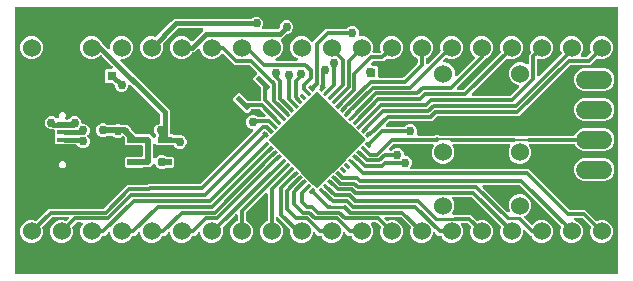
<source format=gbr>
G04 EAGLE Gerber RS-274X export*
G75*
%MOMM*%
%FSLAX34Y34*%
%LPD*%
%INTop Copper*%
%IPPOS*%
%AMOC8*
5,1,8,0,0,1.08239X$1,22.5*%
G01*
%ADD10R,1.399997X0.400000*%
%ADD11R,0.300000X0.550000*%
%ADD12R,5.600000X5.600000*%
%ADD13R,0.800000X0.800000*%
%ADD14C,1.524000*%
%ADD15R,1.200000X0.550000*%
%ADD16C,1.524000*%
%ADD17R,1.350000X0.400000*%
%ADD18R,1.900000X1.800000*%
%ADD19R,1.900000X1.900000*%
%ADD20C,0.406400*%
%ADD21C,0.756400*%
%ADD22C,0.304800*%
%ADD23C,0.203200*%
%ADD24C,0.508000*%
%ADD25C,0.254000*%

G36*
X254182Y270D02*
X254182Y270D01*
X254300Y277D01*
X254339Y290D01*
X254379Y295D01*
X254490Y338D01*
X254603Y375D01*
X254637Y397D01*
X254675Y412D01*
X254771Y481D01*
X254872Y545D01*
X254899Y575D01*
X254932Y598D01*
X255008Y690D01*
X255090Y777D01*
X255109Y812D01*
X255135Y843D01*
X255186Y951D01*
X255243Y1055D01*
X255253Y1095D01*
X255270Y1131D01*
X255293Y1248D01*
X255323Y1363D01*
X255326Y1423D01*
X255330Y1443D01*
X255329Y1464D01*
X255333Y1524D01*
X255333Y225489D01*
X255318Y225607D01*
X255310Y225725D01*
X255298Y225764D01*
X255293Y225804D01*
X255249Y225915D01*
X255212Y226028D01*
X255191Y226062D01*
X255176Y226100D01*
X255106Y226196D01*
X255042Y226297D01*
X255013Y226324D01*
X254989Y226357D01*
X254897Y226433D01*
X254811Y226515D01*
X254775Y226534D01*
X254744Y226560D01*
X254636Y226611D01*
X254532Y226668D01*
X254493Y226678D01*
X254456Y226695D01*
X254340Y226718D01*
X254224Y226748D01*
X254164Y226751D01*
X254144Y226755D01*
X254124Y226754D01*
X254064Y226758D01*
X-254064Y226758D01*
X-254182Y226743D01*
X-254300Y226735D01*
X-254339Y226723D01*
X-254379Y226718D01*
X-254490Y226674D01*
X-254603Y226637D01*
X-254637Y226616D01*
X-254675Y226601D01*
X-254771Y226531D01*
X-254872Y226467D01*
X-254899Y226438D01*
X-254932Y226414D01*
X-255008Y226322D01*
X-255090Y226236D01*
X-255109Y226200D01*
X-255135Y226169D01*
X-255186Y226061D01*
X-255243Y225957D01*
X-255253Y225918D01*
X-255270Y225881D01*
X-255293Y225765D01*
X-255323Y225649D01*
X-255326Y225589D01*
X-255330Y225569D01*
X-255329Y225549D01*
X-255333Y225489D01*
X-255333Y1524D01*
X-255318Y1406D01*
X-255310Y1287D01*
X-255298Y1249D01*
X-255293Y1208D01*
X-255249Y1098D01*
X-255212Y985D01*
X-255191Y950D01*
X-255176Y913D01*
X-255106Y817D01*
X-255042Y716D01*
X-255013Y688D01*
X-254989Y655D01*
X-254897Y579D01*
X-254811Y498D01*
X-254775Y478D01*
X-254744Y453D01*
X-254636Y402D01*
X-254532Y344D01*
X-254493Y334D01*
X-254456Y317D01*
X-254340Y295D01*
X-254224Y265D01*
X-254164Y261D01*
X-254144Y257D01*
X-254124Y259D01*
X-254064Y255D01*
X254064Y255D01*
X254182Y270D01*
G37*
%LPC*%
G36*
X-243195Y26987D02*
X-243195Y26987D01*
X-246696Y28437D01*
X-249376Y31117D01*
X-250826Y34618D01*
X-250826Y38407D01*
X-249376Y41908D01*
X-246696Y44588D01*
X-243195Y46038D01*
X-239405Y46038D01*
X-238223Y45548D01*
X-238194Y45541D01*
X-238168Y45527D01*
X-238041Y45499D01*
X-237916Y45464D01*
X-237886Y45464D01*
X-237858Y45457D01*
X-237728Y45461D01*
X-237598Y45459D01*
X-237569Y45466D01*
X-237540Y45467D01*
X-237415Y45503D01*
X-237289Y45534D01*
X-237262Y45547D01*
X-237234Y45556D01*
X-237122Y45621D01*
X-237007Y45682D01*
X-236986Y45702D01*
X-236960Y45717D01*
X-236839Y45823D01*
X-229099Y53563D01*
X-226719Y55944D01*
X-180679Y55944D01*
X-180581Y55957D01*
X-180482Y55960D01*
X-180424Y55976D01*
X-180364Y55984D01*
X-180272Y56021D01*
X-180177Y56048D01*
X-180124Y56079D01*
X-180068Y56101D01*
X-179988Y56159D01*
X-179903Y56210D01*
X-179827Y56276D01*
X-179811Y56288D01*
X-179803Y56297D01*
X-179782Y56316D01*
X-162722Y73375D01*
X-160342Y75756D01*
X-143932Y75756D01*
X-143834Y75769D01*
X-143735Y75772D01*
X-143677Y75788D01*
X-143617Y75796D01*
X-143525Y75833D01*
X-143430Y75860D01*
X-143377Y75891D01*
X-143321Y75913D01*
X-143241Y75971D01*
X-143156Y76022D01*
X-143080Y76088D01*
X-143064Y76100D01*
X-143056Y76109D01*
X-143035Y76128D01*
X-142708Y76455D01*
X-99287Y76455D01*
X-99188Y76467D01*
X-99089Y76470D01*
X-99031Y76487D01*
X-98971Y76495D01*
X-98879Y76531D01*
X-98784Y76559D01*
X-98732Y76589D01*
X-98675Y76612D01*
X-98595Y76670D01*
X-98510Y76720D01*
X-98435Y76786D01*
X-98418Y76798D01*
X-98410Y76808D01*
X-98389Y76826D01*
X-53920Y121296D01*
X-53835Y121405D01*
X-53746Y121512D01*
X-53738Y121531D01*
X-53725Y121547D01*
X-53670Y121675D01*
X-53611Y121800D01*
X-53607Y121820D01*
X-53599Y121839D01*
X-53577Y121977D01*
X-53551Y122113D01*
X-53552Y122133D01*
X-53549Y122153D01*
X-53562Y122292D01*
X-53571Y122430D01*
X-53577Y122449D01*
X-53579Y122469D01*
X-53626Y122601D01*
X-53669Y122732D01*
X-53679Y122750D01*
X-53686Y122769D01*
X-53764Y122884D01*
X-53839Y123001D01*
X-53854Y123015D01*
X-53865Y123032D01*
X-53969Y123124D01*
X-54070Y123219D01*
X-54088Y123229D01*
X-54103Y123242D01*
X-54227Y123305D01*
X-54349Y123373D01*
X-54368Y123378D01*
X-54387Y123387D01*
X-54522Y123417D01*
X-54657Y123452D01*
X-54685Y123454D01*
X-54697Y123457D01*
X-54717Y123456D01*
X-54818Y123462D01*
X-55106Y123462D01*
X-57197Y124328D01*
X-58797Y125928D01*
X-59663Y128019D01*
X-59663Y130281D01*
X-58797Y132372D01*
X-57197Y133972D01*
X-55106Y134838D01*
X-52844Y134838D01*
X-50753Y133972D01*
X-50720Y133938D01*
X-50642Y133878D01*
X-50569Y133810D01*
X-50516Y133781D01*
X-50469Y133744D01*
X-50378Y133704D01*
X-50291Y133656D01*
X-50232Y133641D01*
X-50177Y133617D01*
X-50079Y133602D01*
X-49983Y133577D01*
X-49883Y133571D01*
X-49863Y133567D01*
X-49850Y133569D01*
X-49822Y133567D01*
X-44536Y133567D01*
X-44398Y133584D01*
X-44260Y133597D01*
X-44240Y133604D01*
X-44220Y133607D01*
X-44091Y133658D01*
X-43960Y133705D01*
X-43943Y133716D01*
X-43925Y133724D01*
X-43812Y133805D01*
X-43697Y133883D01*
X-43684Y133899D01*
X-43667Y133910D01*
X-43579Y134018D01*
X-43487Y134122D01*
X-43477Y134140D01*
X-43465Y134155D01*
X-43405Y134281D01*
X-43342Y134405D01*
X-43338Y134425D01*
X-43329Y134443D01*
X-43303Y134579D01*
X-43272Y134715D01*
X-43273Y134736D01*
X-43269Y134755D01*
X-43278Y134894D01*
X-43282Y135033D01*
X-43288Y135053D01*
X-43289Y135073D01*
X-43332Y135205D01*
X-43370Y135339D01*
X-43381Y135356D01*
X-43387Y135375D01*
X-43462Y135493D01*
X-43532Y135613D01*
X-43551Y135634D01*
X-43557Y135644D01*
X-43572Y135658D01*
X-43638Y135733D01*
X-47658Y139753D01*
X-47736Y139813D01*
X-47808Y139881D01*
X-47861Y139911D01*
X-47909Y139948D01*
X-48000Y139987D01*
X-48087Y140035D01*
X-48145Y140050D01*
X-48201Y140074D01*
X-48299Y140090D01*
X-48395Y140114D01*
X-48495Y140121D01*
X-48515Y140124D01*
X-48527Y140123D01*
X-48555Y140124D01*
X-54718Y140124D01*
X-54816Y140112D01*
X-54915Y140109D01*
X-54973Y140092D01*
X-55033Y140085D01*
X-55125Y140048D01*
X-55220Y140021D01*
X-55273Y139990D01*
X-55329Y139968D01*
X-55409Y139909D01*
X-55494Y139859D01*
X-55570Y139793D01*
X-55586Y139781D01*
X-55594Y139771D01*
X-55615Y139753D01*
X-58135Y137233D01*
X-59714Y137233D01*
X-70730Y148248D01*
X-70730Y149827D01*
X-66785Y153772D01*
X-65206Y153772D01*
X-58790Y147356D01*
X-58712Y147295D01*
X-58640Y147227D01*
X-58587Y147198D01*
X-58539Y147161D01*
X-58448Y147121D01*
X-58361Y147074D01*
X-58303Y147059D01*
X-58247Y147034D01*
X-58149Y147019D01*
X-58053Y146994D01*
X-57953Y146988D01*
X-57933Y146985D01*
X-57921Y146986D01*
X-57893Y146984D01*
X-48241Y146984D01*
X-48122Y146999D01*
X-48004Y147006D01*
X-47965Y147019D01*
X-47925Y147024D01*
X-47814Y147068D01*
X-47701Y147104D01*
X-47667Y147126D01*
X-47629Y147141D01*
X-47533Y147211D01*
X-47433Y147274D01*
X-47405Y147304D01*
X-47372Y147328D01*
X-47296Y147419D01*
X-47215Y147506D01*
X-47195Y147541D01*
X-47169Y147573D01*
X-47119Y147680D01*
X-47061Y147785D01*
X-47051Y147824D01*
X-47034Y147860D01*
X-47011Y147977D01*
X-46982Y148093D01*
X-46978Y148153D01*
X-46974Y148173D01*
X-46975Y148193D01*
X-46971Y148253D01*
X-46971Y157905D01*
X-46984Y158003D01*
X-46987Y158102D01*
X-47004Y158161D01*
X-47011Y158221D01*
X-47048Y158313D01*
X-47075Y158408D01*
X-47106Y158460D01*
X-47128Y158516D01*
X-47187Y158597D01*
X-47237Y158682D01*
X-47303Y158757D01*
X-47315Y158774D01*
X-47325Y158782D01*
X-47343Y158803D01*
X-53759Y165219D01*
X-53759Y166798D01*
X-50895Y169662D01*
X-50822Y169756D01*
X-50743Y169845D01*
X-50725Y169881D01*
X-50700Y169913D01*
X-50653Y170023D01*
X-50599Y170129D01*
X-50590Y170168D01*
X-50574Y170205D01*
X-50555Y170323D01*
X-50529Y170439D01*
X-50530Y170479D01*
X-50524Y170519D01*
X-50535Y170638D01*
X-50539Y170757D01*
X-50550Y170796D01*
X-50554Y170836D01*
X-50594Y170948D01*
X-50627Y171062D01*
X-50647Y171097D01*
X-50661Y171135D01*
X-50728Y171234D01*
X-50789Y171336D01*
X-50828Y171381D01*
X-50840Y171398D01*
X-50855Y171412D01*
X-50895Y171457D01*
X-56675Y177237D01*
X-56753Y177298D01*
X-56825Y177366D01*
X-56878Y177395D01*
X-56926Y177432D01*
X-57017Y177471D01*
X-57104Y177519D01*
X-57162Y177534D01*
X-57218Y177558D01*
X-57316Y177574D01*
X-57412Y177599D01*
X-57512Y177605D01*
X-57532Y177608D01*
X-57544Y177607D01*
X-57572Y177609D01*
X-69497Y177609D01*
X-78824Y186935D01*
X-78863Y186966D01*
X-78897Y187003D01*
X-78988Y187063D01*
X-79075Y187130D01*
X-79121Y187150D01*
X-79162Y187177D01*
X-79266Y187213D01*
X-79367Y187257D01*
X-79416Y187264D01*
X-79463Y187281D01*
X-79573Y187289D01*
X-79681Y187307D01*
X-79731Y187302D01*
X-79780Y187306D01*
X-79888Y187287D01*
X-79998Y187277D01*
X-80045Y187260D01*
X-80093Y187251D01*
X-80193Y187206D01*
X-80297Y187169D01*
X-80338Y187141D01*
X-80383Y187121D01*
X-80469Y187052D01*
X-80560Y186991D01*
X-80593Y186953D01*
X-80632Y186922D01*
X-80698Y186835D01*
X-80771Y186752D01*
X-80778Y186738D01*
X-83504Y184012D01*
X-87005Y182562D01*
X-90795Y182562D01*
X-94296Y184012D01*
X-96976Y186692D01*
X-98426Y190193D01*
X-98426Y190273D01*
X-98443Y190410D01*
X-98456Y190549D01*
X-98463Y190568D01*
X-98466Y190588D01*
X-98517Y190717D01*
X-98564Y190848D01*
X-98575Y190865D01*
X-98583Y190884D01*
X-98664Y190997D01*
X-98742Y191112D01*
X-98758Y191125D01*
X-98769Y191141D01*
X-98877Y191230D01*
X-98981Y191322D01*
X-98999Y191331D01*
X-99014Y191344D01*
X-99140Y191403D01*
X-99264Y191467D01*
X-99284Y191471D01*
X-99302Y191480D01*
X-99438Y191506D01*
X-99574Y191536D01*
X-99595Y191536D01*
X-99614Y191540D01*
X-99753Y191531D01*
X-99892Y191527D01*
X-99912Y191521D01*
X-99932Y191520D01*
X-100064Y191477D01*
X-100198Y191438D01*
X-100215Y191428D01*
X-100234Y191422D01*
X-100352Y191347D01*
X-100472Y191277D01*
X-100493Y191258D01*
X-100503Y191252D01*
X-100517Y191237D01*
X-100592Y191170D01*
X-103613Y188150D01*
X-104772Y188150D01*
X-104802Y188146D01*
X-104831Y188148D01*
X-104959Y188126D01*
X-105088Y188110D01*
X-105115Y188099D01*
X-105144Y188094D01*
X-105263Y188041D01*
X-105384Y187993D01*
X-105407Y187976D01*
X-105434Y187963D01*
X-105536Y187882D01*
X-105641Y187806D01*
X-105660Y187783D01*
X-105683Y187765D01*
X-105761Y187661D01*
X-105844Y187561D01*
X-105856Y187534D01*
X-105874Y187511D01*
X-105945Y187366D01*
X-106224Y186692D01*
X-108904Y184012D01*
X-112405Y182562D01*
X-116195Y182562D01*
X-119696Y184012D01*
X-122376Y186692D01*
X-123826Y190193D01*
X-123826Y193982D01*
X-122376Y197483D01*
X-119696Y200163D01*
X-116195Y201613D01*
X-112405Y201613D01*
X-108904Y200163D01*
X-106718Y197977D01*
X-106624Y197904D01*
X-106535Y197825D01*
X-106499Y197807D01*
X-106467Y197782D01*
X-106358Y197735D01*
X-106252Y197681D01*
X-106212Y197672D01*
X-106175Y197656D01*
X-106057Y197637D01*
X-105941Y197611D01*
X-105901Y197612D01*
X-105861Y197606D01*
X-105742Y197617D01*
X-105624Y197621D01*
X-105585Y197632D01*
X-105544Y197636D01*
X-105432Y197676D01*
X-105318Y197709D01*
X-105283Y197730D01*
X-105245Y197743D01*
X-105147Y197810D01*
X-105044Y197871D01*
X-104999Y197911D01*
X-104982Y197922D01*
X-104969Y197937D01*
X-104923Y197977D01*
X-96280Y206621D01*
X-96195Y206730D01*
X-96106Y206837D01*
X-96097Y206856D01*
X-96085Y206872D01*
X-96030Y207000D01*
X-95970Y207125D01*
X-95967Y207145D01*
X-95959Y207164D01*
X-95937Y207302D01*
X-95911Y207438D01*
X-95912Y207458D01*
X-95909Y207478D01*
X-95922Y207617D01*
X-95930Y207755D01*
X-95937Y207774D01*
X-95939Y207794D01*
X-95986Y207926D01*
X-96028Y208057D01*
X-96039Y208075D01*
X-96046Y208094D01*
X-96124Y208209D01*
X-96199Y208326D01*
X-96213Y208340D01*
X-96225Y208357D01*
X-96329Y208449D01*
X-96430Y208544D01*
X-96448Y208554D01*
X-96463Y208567D01*
X-96587Y208630D01*
X-96709Y208698D01*
X-96728Y208703D01*
X-96746Y208712D01*
X-96882Y208742D01*
X-97017Y208777D01*
X-97045Y208779D01*
X-97057Y208782D01*
X-97077Y208781D01*
X-97177Y208787D01*
X-116906Y208787D01*
X-117004Y208775D01*
X-117103Y208772D01*
X-117161Y208755D01*
X-117221Y208747D01*
X-117313Y208711D01*
X-117408Y208683D01*
X-117461Y208653D01*
X-117517Y208630D01*
X-117597Y208572D01*
X-117682Y208522D01*
X-117758Y208456D01*
X-117774Y208444D01*
X-117782Y208434D01*
X-117803Y208416D01*
X-130179Y196040D01*
X-130197Y196017D01*
X-130219Y195998D01*
X-130294Y195892D01*
X-130374Y195789D01*
X-130385Y195762D01*
X-130402Y195738D01*
X-130448Y195616D01*
X-130500Y195497D01*
X-130504Y195468D01*
X-130515Y195440D01*
X-130529Y195311D01*
X-130550Y195183D01*
X-130547Y195153D01*
X-130550Y195124D01*
X-130532Y194996D01*
X-130520Y194866D01*
X-130510Y194838D01*
X-130506Y194809D01*
X-130454Y194657D01*
X-130174Y193982D01*
X-130174Y190193D01*
X-131624Y186692D01*
X-134304Y184012D01*
X-137805Y182562D01*
X-141595Y182562D01*
X-145096Y184012D01*
X-147776Y186692D01*
X-149226Y190193D01*
X-149226Y193982D01*
X-147776Y197483D01*
X-145096Y200163D01*
X-141595Y201613D01*
X-137805Y201613D01*
X-137131Y201334D01*
X-137102Y201326D01*
X-137076Y201313D01*
X-136949Y201284D01*
X-136824Y201250D01*
X-136794Y201249D01*
X-136766Y201243D01*
X-136636Y201247D01*
X-136506Y201245D01*
X-136477Y201252D01*
X-136448Y201253D01*
X-136323Y201289D01*
X-136197Y201319D01*
X-136170Y201333D01*
X-136142Y201341D01*
X-136030Y201407D01*
X-135915Y201468D01*
X-135894Y201487D01*
X-135868Y201503D01*
X-135747Y201609D01*
X-123372Y213984D01*
X-120694Y216663D01*
X-55432Y216663D01*
X-55334Y216675D01*
X-55234Y216678D01*
X-55176Y216695D01*
X-55116Y216703D01*
X-55024Y216739D01*
X-54929Y216767D01*
X-54877Y216797D01*
X-54820Y216820D01*
X-54740Y216878D01*
X-54655Y216928D01*
X-54580Y216994D01*
X-54563Y217006D01*
X-54555Y217016D01*
X-54534Y217034D01*
X-54022Y217547D01*
X-51931Y218413D01*
X-49669Y218413D01*
X-47578Y217547D01*
X-45978Y215947D01*
X-45112Y213856D01*
X-45112Y211594D01*
X-46047Y209337D01*
X-46060Y209289D01*
X-46081Y209244D01*
X-46102Y209137D01*
X-46131Y209030D01*
X-46132Y208981D01*
X-46141Y208932D01*
X-46134Y208822D01*
X-46136Y208712D01*
X-46124Y208664D01*
X-46121Y208615D01*
X-46087Y208510D01*
X-46062Y208403D01*
X-46038Y208359D01*
X-46023Y208312D01*
X-45964Y208219D01*
X-45913Y208122D01*
X-45880Y208085D01*
X-45853Y208043D01*
X-45773Y207968D01*
X-45699Y207887D01*
X-45658Y207859D01*
X-45621Y207825D01*
X-45525Y207772D01*
X-45433Y207712D01*
X-45386Y207696D01*
X-45343Y207672D01*
X-45237Y207644D01*
X-45133Y207609D01*
X-45083Y207605D01*
X-45035Y207592D01*
X-44874Y207582D01*
X-33462Y207582D01*
X-33364Y207595D01*
X-33265Y207598D01*
X-33207Y207614D01*
X-33147Y207622D01*
X-33055Y207659D01*
X-32960Y207686D01*
X-32907Y207717D01*
X-32851Y207739D01*
X-32771Y207797D01*
X-32686Y207848D01*
X-32610Y207914D01*
X-32594Y207926D01*
X-32586Y207935D01*
X-32565Y207954D01*
X-31459Y209059D01*
X-31399Y209138D01*
X-31331Y209210D01*
X-31302Y209263D01*
X-31265Y209311D01*
X-31225Y209402D01*
X-31177Y209488D01*
X-31162Y209547D01*
X-31138Y209602D01*
X-31123Y209700D01*
X-31098Y209796D01*
X-31092Y209896D01*
X-31088Y209917D01*
X-31090Y209929D01*
X-31088Y209957D01*
X-31088Y210681D01*
X-30222Y212772D01*
X-28622Y214372D01*
X-26531Y215238D01*
X-24269Y215238D01*
X-22178Y214372D01*
X-20578Y212772D01*
X-19712Y210681D01*
X-19712Y208419D01*
X-20578Y206328D01*
X-22178Y204728D01*
X-24269Y203862D01*
X-24993Y203862D01*
X-25091Y203850D01*
X-25190Y203847D01*
X-25249Y203830D01*
X-25309Y203822D01*
X-25401Y203786D01*
X-25496Y203758D01*
X-25548Y203728D01*
X-25604Y203705D01*
X-25684Y203647D01*
X-25770Y203597D01*
X-25845Y203531D01*
X-25862Y203519D01*
X-25870Y203509D01*
X-25891Y203491D01*
X-26996Y202385D01*
X-29925Y199456D01*
X-30022Y199390D01*
X-30036Y199375D01*
X-30052Y199363D01*
X-30141Y199256D01*
X-30233Y199152D01*
X-30242Y199134D01*
X-30255Y199118D01*
X-30314Y198992D01*
X-30378Y198868D01*
X-30382Y198849D01*
X-30391Y198830D01*
X-30417Y198694D01*
X-30447Y198558D01*
X-30447Y198538D01*
X-30450Y198518D01*
X-30442Y198379D01*
X-30437Y198240D01*
X-30432Y198221D01*
X-30431Y198201D01*
X-30388Y198068D01*
X-30349Y197935D01*
X-30339Y197917D01*
X-30333Y197898D01*
X-30258Y197780D01*
X-30187Y197661D01*
X-30169Y197640D01*
X-30162Y197629D01*
X-30147Y197615D01*
X-30081Y197540D01*
X-30024Y197483D01*
X-28574Y193982D01*
X-28574Y190193D01*
X-30024Y186692D01*
X-32704Y184012D01*
X-34148Y183414D01*
X-34208Y183379D01*
X-34273Y183354D01*
X-34346Y183301D01*
X-34424Y183257D01*
X-34474Y183208D01*
X-34530Y183167D01*
X-34588Y183098D01*
X-34652Y183035D01*
X-34689Y182976D01*
X-34733Y182922D01*
X-34772Y182841D01*
X-34819Y182764D01*
X-34839Y182697D01*
X-34869Y182634D01*
X-34886Y182546D01*
X-34912Y182460D01*
X-34915Y182390D01*
X-34929Y182322D01*
X-34923Y182232D01*
X-34927Y182143D01*
X-34913Y182074D01*
X-34909Y182005D01*
X-34881Y181919D01*
X-34863Y181831D01*
X-34832Y181768D01*
X-34811Y181702D01*
X-34763Y181626D01*
X-34723Y181545D01*
X-34678Y181492D01*
X-34641Y181433D01*
X-34575Y181372D01*
X-34517Y181303D01*
X-34460Y181263D01*
X-34409Y181215D01*
X-34330Y181172D01*
X-34257Y181120D01*
X-34192Y181095D01*
X-34131Y181062D01*
X-34044Y181039D01*
X-33960Y181008D01*
X-33890Y181000D01*
X-33823Y180982D01*
X-33662Y180972D01*
X-17138Y180972D01*
X-17069Y180981D01*
X-16999Y180980D01*
X-16912Y181001D01*
X-16823Y181012D01*
X-16758Y181038D01*
X-16690Y181054D01*
X-16610Y181096D01*
X-16527Y181129D01*
X-16470Y181170D01*
X-16409Y181203D01*
X-16342Y181263D01*
X-16270Y181316D01*
X-16225Y181370D01*
X-16173Y181417D01*
X-16124Y181492D01*
X-16067Y181561D01*
X-16037Y181624D01*
X-15999Y181682D01*
X-15969Y181767D01*
X-15931Y181849D01*
X-15918Y181917D01*
X-15895Y181983D01*
X-15888Y182073D01*
X-15871Y182161D01*
X-15876Y182230D01*
X-15870Y182300D01*
X-15886Y182389D01*
X-15891Y182478D01*
X-15913Y182545D01*
X-15925Y182613D01*
X-15962Y182695D01*
X-15989Y182781D01*
X-16027Y182840D01*
X-16055Y182903D01*
X-16111Y182974D01*
X-16159Y183050D01*
X-16210Y183097D01*
X-16254Y183152D01*
X-16326Y183206D01*
X-16391Y183267D01*
X-16452Y183301D01*
X-16508Y183343D01*
X-16652Y183414D01*
X-18096Y184012D01*
X-20776Y186692D01*
X-22226Y190193D01*
X-22226Y193982D01*
X-20776Y197483D01*
X-18096Y200163D01*
X-14595Y201613D01*
X-10805Y201613D01*
X-7304Y200163D01*
X-4524Y197383D01*
X-4430Y197310D01*
X-4341Y197232D01*
X-4305Y197213D01*
X-4273Y197188D01*
X-4164Y197141D01*
X-4058Y197087D01*
X-4019Y197078D01*
X-3981Y197062D01*
X-3864Y197043D01*
X-3748Y197017D01*
X-3707Y197019D01*
X-3667Y197012D01*
X-3549Y197023D01*
X-3430Y197027D01*
X-3391Y197038D01*
X-3351Y197042D01*
X-3239Y197082D01*
X-3124Y197115D01*
X-3089Y197136D01*
X-3051Y197150D01*
X-2953Y197217D01*
X-2850Y197277D01*
X-2805Y197317D01*
X-2788Y197328D01*
X-2775Y197344D01*
X-2729Y197383D01*
X-1049Y199064D01*
X5724Y205836D01*
X8104Y208217D01*
X25023Y208217D01*
X25121Y208230D01*
X25220Y208233D01*
X25278Y208249D01*
X25338Y208257D01*
X25430Y208294D01*
X25526Y208321D01*
X25578Y208352D01*
X25634Y208374D01*
X25714Y208432D01*
X25799Y208483D01*
X25875Y208549D01*
X25891Y208561D01*
X25899Y208570D01*
X25920Y208589D01*
X26941Y209609D01*
X29031Y210475D01*
X31294Y210475D01*
X33384Y209609D01*
X34984Y208009D01*
X35850Y205919D01*
X35850Y203656D01*
X35731Y203368D01*
X35718Y203320D01*
X35697Y203275D01*
X35676Y203168D01*
X35647Y203062D01*
X35646Y203012D01*
X35637Y202963D01*
X35644Y202853D01*
X35642Y202744D01*
X35654Y202695D01*
X35657Y202646D01*
X35690Y202541D01*
X35716Y202434D01*
X35739Y202390D01*
X35755Y202343D01*
X35813Y202250D01*
X35865Y202153D01*
X35898Y202116D01*
X35925Y202074D01*
X36005Y201999D01*
X36079Y201918D01*
X36120Y201891D01*
X36156Y201856D01*
X36253Y201803D01*
X36344Y201743D01*
X36391Y201727D01*
X36435Y201703D01*
X36541Y201675D01*
X36645Y201640D01*
X36695Y201636D01*
X36743Y201623D01*
X36904Y201613D01*
X39995Y201613D01*
X43496Y200163D01*
X46176Y197483D01*
X47626Y193982D01*
X47626Y190193D01*
X47270Y189335D01*
X47257Y189287D01*
X47236Y189242D01*
X47215Y189134D01*
X47186Y189028D01*
X47186Y188978D01*
X47176Y188929D01*
X47183Y188820D01*
X47181Y188710D01*
X47193Y188662D01*
X47196Y188612D01*
X47230Y188508D01*
X47255Y188401D01*
X47279Y188357D01*
X47294Y188310D01*
X47353Y188217D01*
X47404Y188120D01*
X47438Y188083D01*
X47464Y188041D01*
X47544Y187966D01*
X47618Y187884D01*
X47660Y187857D01*
X47696Y187823D01*
X47792Y187770D01*
X47884Y187710D01*
X47931Y187693D01*
X47974Y187669D01*
X48081Y187642D01*
X48185Y187606D01*
X48234Y187602D01*
X48282Y187590D01*
X48443Y187580D01*
X53157Y187580D01*
X53206Y187586D01*
X53256Y187584D01*
X53363Y187606D01*
X53473Y187620D01*
X53519Y187638D01*
X53567Y187648D01*
X53666Y187696D01*
X53768Y187737D01*
X53808Y187766D01*
X53853Y187788D01*
X53937Y187859D01*
X54026Y187923D01*
X54057Y187962D01*
X54095Y187994D01*
X54158Y188084D01*
X54228Y188168D01*
X54250Y188213D01*
X54278Y188254D01*
X54317Y188357D01*
X54364Y188456D01*
X54373Y188505D01*
X54391Y188551D01*
X54403Y188661D01*
X54424Y188768D01*
X54421Y188818D01*
X54426Y188867D01*
X54411Y188976D01*
X54404Y189086D01*
X54389Y189133D01*
X54382Y189182D01*
X54330Y189335D01*
X53974Y190193D01*
X53974Y193982D01*
X55424Y197483D01*
X58104Y200163D01*
X61605Y201613D01*
X65395Y201613D01*
X68896Y200163D01*
X71576Y197483D01*
X73026Y193982D01*
X73026Y190193D01*
X71576Y186692D01*
X68896Y184012D01*
X65395Y182562D01*
X61605Y182562D01*
X60423Y183052D01*
X60394Y183059D01*
X60368Y183073D01*
X60241Y183101D01*
X60116Y183136D01*
X60086Y183136D01*
X60058Y183143D01*
X59928Y183139D01*
X59798Y183141D01*
X59769Y183134D01*
X59740Y183133D01*
X59615Y183097D01*
X59489Y183066D01*
X59462Y183053D01*
X59434Y183044D01*
X59323Y182979D01*
X59207Y182918D01*
X59186Y182898D01*
X59160Y182883D01*
X59039Y182777D01*
X56983Y180720D01*
X48210Y180720D01*
X48112Y180708D01*
X48013Y180705D01*
X47955Y180688D01*
X47895Y180680D01*
X47803Y180644D01*
X47707Y180616D01*
X47655Y180586D01*
X47599Y180563D01*
X47519Y180505D01*
X47433Y180455D01*
X47358Y180389D01*
X47342Y180377D01*
X47334Y180367D01*
X47313Y180349D01*
X46335Y179371D01*
X46305Y179332D01*
X46268Y179298D01*
X46208Y179206D01*
X46140Y179120D01*
X46121Y179074D01*
X46093Y179033D01*
X46058Y178929D01*
X46014Y178828D01*
X46006Y178779D01*
X45990Y178732D01*
X45981Y178623D01*
X45964Y178514D01*
X45969Y178464D01*
X45965Y178415D01*
X45984Y178307D01*
X45994Y178197D01*
X46011Y178150D01*
X46019Y178102D01*
X46064Y178002D01*
X46102Y177898D01*
X46129Y177857D01*
X46150Y177812D01*
X46218Y177726D01*
X46280Y177635D01*
X46317Y177602D01*
X46348Y177563D01*
X46436Y177497D01*
X46519Y177424D01*
X46563Y177402D01*
X46603Y177372D01*
X46747Y177301D01*
X47504Y176987D01*
X47513Y176985D01*
X47521Y176980D01*
X47666Y176943D01*
X47811Y176903D01*
X47820Y176903D01*
X47829Y176901D01*
X47990Y176891D01*
X50799Y176891D01*
X51916Y175774D01*
X51916Y168065D01*
X51931Y167947D01*
X51938Y167829D01*
X51951Y167790D01*
X51956Y167750D01*
X52000Y167639D01*
X52036Y167526D01*
X52058Y167492D01*
X52073Y167454D01*
X52143Y167358D01*
X52206Y167257D01*
X52236Y167230D01*
X52259Y167197D01*
X52351Y167121D01*
X52438Y167039D01*
X52473Y167020D01*
X52504Y166994D01*
X52612Y166943D01*
X52716Y166886D01*
X52756Y166876D01*
X52792Y166859D01*
X52909Y166836D01*
X53024Y166806D01*
X53085Y166803D01*
X53105Y166799D01*
X53125Y166800D01*
X53185Y166796D01*
X72754Y166796D01*
X72853Y166809D01*
X72952Y166812D01*
X73010Y166828D01*
X73070Y166836D01*
X73162Y166873D01*
X73257Y166900D01*
X73309Y166931D01*
X73366Y166953D01*
X73446Y167011D01*
X73531Y167062D01*
X73607Y167128D01*
X73623Y167140D01*
X73631Y167149D01*
X73652Y167168D01*
X85099Y178615D01*
X85159Y178693D01*
X85227Y178765D01*
X85256Y178818D01*
X85293Y178866D01*
X85333Y178957D01*
X85381Y179043D01*
X85396Y179102D01*
X85420Y179158D01*
X85435Y179256D01*
X85460Y179351D01*
X85466Y179451D01*
X85470Y179472D01*
X85468Y179484D01*
X85470Y179512D01*
X85470Y182349D01*
X85467Y182379D01*
X85469Y182408D01*
X85447Y182536D01*
X85430Y182665D01*
X85420Y182692D01*
X85415Y182722D01*
X85361Y182840D01*
X85313Y182961D01*
X85296Y182985D01*
X85284Y183012D01*
X85203Y183113D01*
X85127Y183218D01*
X85104Y183237D01*
X85085Y183260D01*
X84982Y183338D01*
X84882Y183421D01*
X84855Y183433D01*
X84831Y183451D01*
X84687Y183522D01*
X83504Y184012D01*
X80824Y186692D01*
X79374Y190193D01*
X79374Y193982D01*
X80824Y197483D01*
X83504Y200163D01*
X87005Y201613D01*
X90795Y201613D01*
X94296Y200163D01*
X96976Y197483D01*
X98426Y193982D01*
X98426Y190193D01*
X96976Y186692D01*
X94296Y184012D01*
X93113Y183522D01*
X93088Y183507D01*
X93060Y183498D01*
X92950Y183429D01*
X92837Y183365D01*
X92816Y183344D01*
X92791Y183328D01*
X92702Y183234D01*
X92609Y183143D01*
X92593Y183118D01*
X92573Y183097D01*
X92510Y182983D01*
X92442Y182872D01*
X92434Y182844D01*
X92419Y182818D01*
X92387Y182692D01*
X92349Y182568D01*
X92347Y182539D01*
X92340Y182510D01*
X92330Y182349D01*
X92330Y179619D01*
X92347Y179482D01*
X92360Y179343D01*
X92367Y179324D01*
X92370Y179304D01*
X92421Y179175D01*
X92468Y179044D01*
X92479Y179027D01*
X92487Y179008D01*
X92568Y178896D01*
X92646Y178781D01*
X92662Y178767D01*
X92673Y178751D01*
X92781Y178662D01*
X92885Y178570D01*
X92903Y178561D01*
X92918Y178548D01*
X93044Y178489D01*
X93168Y178425D01*
X93188Y178421D01*
X93206Y178412D01*
X93342Y178386D01*
X93478Y178356D01*
X93499Y178356D01*
X93518Y178353D01*
X93657Y178361D01*
X93796Y178365D01*
X93816Y178371D01*
X93836Y178372D01*
X93968Y178415D01*
X94102Y178454D01*
X94119Y178464D01*
X94138Y178470D01*
X94256Y178545D01*
X94376Y178615D01*
X94397Y178634D01*
X94407Y178641D01*
X94421Y178655D01*
X94496Y178722D01*
X104524Y188749D01*
X104542Y188773D01*
X104565Y188792D01*
X104639Y188898D01*
X104719Y189001D01*
X104731Y189028D01*
X104748Y189052D01*
X104794Y189173D01*
X104845Y189293D01*
X104850Y189322D01*
X104860Y189349D01*
X104875Y189478D01*
X104895Y189607D01*
X104892Y189636D01*
X104896Y189665D01*
X104878Y189794D01*
X104865Y189923D01*
X104855Y189951D01*
X104851Y189980D01*
X104799Y190133D01*
X104774Y190193D01*
X104774Y193982D01*
X106224Y197483D01*
X108904Y200163D01*
X112405Y201613D01*
X116195Y201613D01*
X119696Y200163D01*
X122376Y197483D01*
X123826Y193982D01*
X123826Y190193D01*
X122376Y186692D01*
X119696Y184012D01*
X116195Y182562D01*
X112405Y182562D01*
X110100Y183517D01*
X110072Y183524D01*
X110045Y183538D01*
X109918Y183566D01*
X109793Y183601D01*
X109764Y183601D01*
X109735Y183607D01*
X109605Y183604D01*
X109475Y183606D01*
X109447Y183599D01*
X109417Y183598D01*
X109292Y183562D01*
X109166Y183531D01*
X109140Y183518D01*
X109112Y183509D01*
X109000Y183443D01*
X108885Y183383D01*
X108863Y183363D01*
X108838Y183348D01*
X108717Y183241D01*
X107411Y181936D01*
X107326Y181826D01*
X107237Y181719D01*
X107229Y181701D01*
X107216Y181685D01*
X107161Y181557D01*
X107102Y181431D01*
X107098Y181412D01*
X107090Y181393D01*
X107068Y181255D01*
X107042Y181119D01*
X107043Y181099D01*
X107040Y181079D01*
X107053Y180940D01*
X107062Y180802D01*
X107068Y180782D01*
X107070Y180762D01*
X107117Y180631D01*
X107160Y180499D01*
X107171Y180482D01*
X107178Y180463D01*
X107256Y180348D01*
X107330Y180230D01*
X107345Y180216D01*
X107356Y180200D01*
X107460Y180108D01*
X107562Y180012D01*
X107579Y180003D01*
X107595Y179989D01*
X107719Y179926D01*
X107840Y179859D01*
X107860Y179854D01*
X107878Y179845D01*
X108014Y179814D01*
X108148Y179779D01*
X108176Y179778D01*
X108188Y179775D01*
X108209Y179776D01*
X108309Y179769D01*
X109083Y179769D01*
X112584Y178319D01*
X115264Y175639D01*
X116714Y172138D01*
X116714Y169078D01*
X116731Y168941D01*
X116744Y168802D01*
X116751Y168783D01*
X116754Y168763D01*
X116805Y168634D01*
X116852Y168503D01*
X116863Y168486D01*
X116871Y168467D01*
X116952Y168355D01*
X117030Y168240D01*
X117046Y168226D01*
X117057Y168210D01*
X117165Y168121D01*
X117269Y168029D01*
X117287Y168020D01*
X117302Y168007D01*
X117428Y167948D01*
X117552Y167884D01*
X117572Y167880D01*
X117590Y167871D01*
X117726Y167845D01*
X117862Y167815D01*
X117883Y167815D01*
X117902Y167812D01*
X118041Y167820D01*
X118180Y167824D01*
X118200Y167830D01*
X118220Y167831D01*
X118352Y167874D01*
X118486Y167913D01*
X118503Y167923D01*
X118522Y167929D01*
X118640Y168004D01*
X118760Y168074D01*
X118781Y168093D01*
X118791Y168100D01*
X118805Y168114D01*
X118880Y168181D01*
X133610Y182911D01*
X133683Y183005D01*
X133762Y183094D01*
X133780Y183130D01*
X133805Y183162D01*
X133853Y183271D01*
X133907Y183377D01*
X133916Y183417D01*
X133932Y183454D01*
X133950Y183572D01*
X133976Y183688D01*
X133975Y183728D01*
X133982Y183768D01*
X133970Y183887D01*
X133967Y184005D01*
X133955Y184044D01*
X133952Y184085D01*
X133911Y184197D01*
X133878Y184311D01*
X133858Y184346D01*
X133844Y184384D01*
X133777Y184483D01*
X133717Y184585D01*
X133677Y184630D01*
X133666Y184647D01*
X133650Y184660D01*
X133610Y184706D01*
X131624Y186692D01*
X130174Y190193D01*
X130174Y193982D01*
X131624Y197483D01*
X134304Y200163D01*
X137805Y201613D01*
X141595Y201613D01*
X145096Y200163D01*
X147776Y197483D01*
X149226Y193982D01*
X149226Y190193D01*
X147776Y186692D01*
X145096Y184012D01*
X143913Y183522D01*
X143888Y183507D01*
X143860Y183498D01*
X143750Y183429D01*
X143637Y183365D01*
X143616Y183344D01*
X143591Y183328D01*
X143502Y183234D01*
X143409Y183143D01*
X143393Y183118D01*
X143373Y183097D01*
X143310Y182983D01*
X143242Y182872D01*
X143234Y182844D01*
X143221Y182820D01*
X118968Y158568D01*
X118883Y158458D01*
X118794Y158351D01*
X118786Y158333D01*
X118773Y158317D01*
X118718Y158189D01*
X118659Y158063D01*
X118655Y158044D01*
X118647Y158025D01*
X118625Y157887D01*
X118599Y157751D01*
X118600Y157731D01*
X118597Y157711D01*
X118610Y157572D01*
X118619Y157434D01*
X118625Y157414D01*
X118627Y157394D01*
X118674Y157263D01*
X118717Y157131D01*
X118728Y157114D01*
X118735Y157095D01*
X118813Y156980D01*
X118887Y156862D01*
X118902Y156848D01*
X118913Y156832D01*
X119017Y156740D01*
X119119Y156644D01*
X119136Y156635D01*
X119152Y156621D01*
X119276Y156558D01*
X119397Y156491D01*
X119417Y156486D01*
X119435Y156477D01*
X119571Y156446D01*
X119705Y156411D01*
X119733Y156410D01*
X119745Y156407D01*
X119766Y156408D01*
X119866Y156401D01*
X124038Y156401D01*
X124136Y156414D01*
X124235Y156417D01*
X124293Y156433D01*
X124353Y156441D01*
X124445Y156478D01*
X124540Y156505D01*
X124593Y156536D01*
X124649Y156558D01*
X124729Y156616D01*
X124814Y156667D01*
X124890Y156733D01*
X124906Y156745D01*
X124914Y156754D01*
X124935Y156773D01*
X155789Y187627D01*
X155807Y187650D01*
X155830Y187669D01*
X155904Y187775D01*
X155984Y187878D01*
X155996Y187905D01*
X156013Y187929D01*
X156059Y188051D01*
X156110Y188170D01*
X156115Y188199D01*
X156125Y188227D01*
X156140Y188356D01*
X156160Y188484D01*
X156157Y188514D01*
X156161Y188543D01*
X156143Y188671D01*
X156130Y188801D01*
X156120Y188829D01*
X156116Y188858D01*
X156064Y189010D01*
X155574Y190193D01*
X155574Y193982D01*
X157024Y197483D01*
X159704Y200163D01*
X163205Y201613D01*
X166995Y201613D01*
X170496Y200163D01*
X173176Y197483D01*
X174626Y193982D01*
X174626Y190193D01*
X173176Y186692D01*
X170496Y184012D01*
X166995Y182562D01*
X163205Y182562D01*
X162023Y183052D01*
X161994Y183059D01*
X161968Y183073D01*
X161841Y183101D01*
X161716Y183136D01*
X161686Y183136D01*
X161658Y183143D01*
X161528Y183139D01*
X161398Y183141D01*
X161369Y183134D01*
X161340Y183133D01*
X161215Y183097D01*
X161089Y183066D01*
X161062Y183053D01*
X161034Y183044D01*
X160922Y182979D01*
X160807Y182918D01*
X160786Y182898D01*
X160760Y182883D01*
X160639Y182777D01*
X131478Y153615D01*
X131393Y153505D01*
X131304Y153398D01*
X131295Y153380D01*
X131283Y153364D01*
X131227Y153236D01*
X131168Y153110D01*
X131165Y153091D01*
X131157Y153072D01*
X131135Y152934D01*
X131109Y152798D01*
X131110Y152778D01*
X131107Y152758D01*
X131120Y152619D01*
X131128Y152481D01*
X131135Y152461D01*
X131137Y152441D01*
X131184Y152310D01*
X131226Y152178D01*
X131237Y152161D01*
X131244Y152142D01*
X131322Y152027D01*
X131397Y151909D01*
X131411Y151895D01*
X131423Y151879D01*
X131527Y151787D01*
X131628Y151691D01*
X131646Y151682D01*
X131661Y151668D01*
X131785Y151605D01*
X131907Y151538D01*
X131926Y151533D01*
X131944Y151524D01*
X132080Y151493D01*
X132215Y151458D01*
X132243Y151457D01*
X132255Y151454D01*
X132275Y151455D01*
X132375Y151448D01*
X163666Y151448D01*
X163764Y151461D01*
X163864Y151464D01*
X163922Y151480D01*
X163982Y151488D01*
X164074Y151525D01*
X164169Y151552D01*
X164221Y151583D01*
X164278Y151605D01*
X164358Y151663D01*
X164443Y151714D01*
X164518Y151780D01*
X164535Y151792D01*
X164543Y151801D01*
X164564Y151820D01*
X171295Y158551D01*
X171380Y158661D01*
X171469Y158768D01*
X171477Y158786D01*
X171490Y158802D01*
X171545Y158930D01*
X171604Y159056D01*
X171608Y159075D01*
X171616Y159094D01*
X171638Y159232D01*
X171664Y159368D01*
X171663Y159388D01*
X171666Y159408D01*
X171653Y159547D01*
X171644Y159685D01*
X171638Y159705D01*
X171636Y159725D01*
X171589Y159856D01*
X171546Y159988D01*
X171535Y160005D01*
X171529Y160024D01*
X171450Y160139D01*
X171376Y160257D01*
X171361Y160271D01*
X171350Y160287D01*
X171246Y160379D01*
X171144Y160475D01*
X171127Y160484D01*
X171112Y160498D01*
X170987Y160561D01*
X170866Y160628D01*
X170846Y160633D01*
X170828Y160642D01*
X170692Y160673D01*
X170558Y160708D01*
X170530Y160709D01*
X170518Y160712D01*
X170498Y160711D01*
X170397Y160718D01*
X170317Y160718D01*
X166816Y162168D01*
X164136Y164848D01*
X162686Y168349D01*
X162686Y172138D01*
X164136Y175639D01*
X166816Y178319D01*
X170317Y179769D01*
X174107Y179769D01*
X177608Y178319D01*
X177664Y178262D01*
X177774Y178177D01*
X177881Y178088D01*
X177900Y178080D01*
X177916Y178067D01*
X178043Y178012D01*
X178169Y177953D01*
X178189Y177949D01*
X178208Y177941D01*
X178345Y177919D01*
X178482Y177893D01*
X178502Y177894D01*
X178522Y177891D01*
X178660Y177904D01*
X178799Y177913D01*
X178818Y177919D01*
X178838Y177921D01*
X178969Y177968D01*
X179101Y178011D01*
X179119Y178022D01*
X179138Y178029D01*
X179252Y178107D01*
X179370Y178181D01*
X179384Y178196D01*
X179401Y178207D01*
X179492Y178311D01*
X179588Y178413D01*
X179598Y178430D01*
X179611Y178446D01*
X179674Y178569D01*
X179742Y178691D01*
X179747Y178711D01*
X179756Y178729D01*
X179786Y178865D01*
X179821Y178999D01*
X179823Y179027D01*
X179826Y179039D01*
X179825Y179060D01*
X179831Y179160D01*
X179831Y186269D01*
X181189Y187627D01*
X181207Y187650D01*
X181230Y187669D01*
X181304Y187775D01*
X181384Y187878D01*
X181396Y187905D01*
X181413Y187929D01*
X181459Y188051D01*
X181510Y188170D01*
X181515Y188199D01*
X181525Y188227D01*
X181540Y188356D01*
X181560Y188484D01*
X181557Y188514D01*
X181561Y188543D01*
X181543Y188671D01*
X181530Y188801D01*
X181520Y188829D01*
X181516Y188858D01*
X181464Y189010D01*
X180974Y190193D01*
X180974Y193982D01*
X182424Y197483D01*
X185104Y200163D01*
X188605Y201613D01*
X192395Y201613D01*
X195896Y200163D01*
X198576Y197483D01*
X200026Y193982D01*
X200026Y190193D01*
X198576Y186692D01*
X195896Y184012D01*
X192395Y182562D01*
X188605Y182562D01*
X188446Y182628D01*
X188398Y182641D01*
X188353Y182662D01*
X188245Y182683D01*
X188139Y182712D01*
X188089Y182713D01*
X188040Y182722D01*
X187931Y182715D01*
X187821Y182717D01*
X187773Y182705D01*
X187723Y182702D01*
X187619Y182668D01*
X187512Y182643D01*
X187468Y182619D01*
X187421Y182604D01*
X187328Y182545D01*
X187231Y182494D01*
X187194Y182461D01*
X187152Y182434D01*
X187077Y182354D01*
X186995Y182280D01*
X186968Y182239D01*
X186934Y182202D01*
X186881Y182106D01*
X186821Y182014D01*
X186804Y181967D01*
X186780Y181924D01*
X186753Y181818D01*
X186717Y181714D01*
X186713Y181664D01*
X186701Y181616D01*
X186691Y181455D01*
X186691Y169293D01*
X186708Y169156D01*
X186721Y169017D01*
X186728Y168998D01*
X186731Y168978D01*
X186782Y168849D01*
X186829Y168718D01*
X186840Y168701D01*
X186848Y168682D01*
X186929Y168570D01*
X187007Y168454D01*
X187023Y168441D01*
X187034Y168425D01*
X187142Y168336D01*
X187246Y168244D01*
X187264Y168235D01*
X187279Y168222D01*
X187405Y168163D01*
X187529Y168099D01*
X187549Y168095D01*
X187567Y168086D01*
X187703Y168060D01*
X187839Y168030D01*
X187860Y168030D01*
X187879Y168026D01*
X188018Y168035D01*
X188157Y168039D01*
X188177Y168045D01*
X188197Y168046D01*
X188329Y168089D01*
X188463Y168128D01*
X188480Y168138D01*
X188499Y168144D01*
X188617Y168219D01*
X188737Y168289D01*
X188758Y168308D01*
X188768Y168314D01*
X188782Y168329D01*
X188857Y168396D01*
X207028Y186566D01*
X207046Y186590D01*
X207069Y186609D01*
X207143Y186715D01*
X207223Y186818D01*
X207235Y186845D01*
X207252Y186869D01*
X207298Y186990D01*
X207350Y187110D01*
X207354Y187139D01*
X207365Y187166D01*
X207379Y187295D01*
X207399Y187424D01*
X207397Y187453D01*
X207400Y187482D01*
X207382Y187611D01*
X207370Y187740D01*
X207360Y187768D01*
X207355Y187797D01*
X207303Y187950D01*
X206374Y190193D01*
X206374Y193982D01*
X207824Y197483D01*
X210504Y200163D01*
X214005Y201613D01*
X217795Y201613D01*
X221296Y200163D01*
X223976Y197483D01*
X225426Y193982D01*
X225426Y190193D01*
X223976Y186692D01*
X223855Y186572D01*
X223770Y186462D01*
X223681Y186355D01*
X223673Y186336D01*
X223660Y186320D01*
X223605Y186192D01*
X223546Y186067D01*
X223542Y186047D01*
X223534Y186028D01*
X223512Y185891D01*
X223486Y185754D01*
X223487Y185734D01*
X223484Y185714D01*
X223497Y185576D01*
X223506Y185437D01*
X223512Y185418D01*
X223514Y185398D01*
X223561Y185267D01*
X223604Y185135D01*
X223615Y185117D01*
X223622Y185098D01*
X223700Y184983D01*
X223774Y184866D01*
X223789Y184852D01*
X223800Y184835D01*
X223904Y184743D01*
X224006Y184648D01*
X224023Y184638D01*
X224039Y184625D01*
X224163Y184561D01*
X224284Y184494D01*
X224304Y184489D01*
X224322Y184480D01*
X224458Y184450D01*
X224592Y184415D01*
X224620Y184413D01*
X224632Y184410D01*
X224653Y184411D01*
X224753Y184405D01*
X228241Y184405D01*
X228339Y184417D01*
X228438Y184420D01*
X228497Y184437D01*
X228557Y184445D01*
X228649Y184481D01*
X228744Y184509D01*
X228796Y184539D01*
X228852Y184562D01*
X228932Y184620D01*
X229018Y184670D01*
X229093Y184736D01*
X229110Y184748D01*
X229117Y184758D01*
X229139Y184776D01*
X231989Y187627D01*
X232007Y187650D01*
X232030Y187669D01*
X232104Y187775D01*
X232184Y187878D01*
X232196Y187905D01*
X232213Y187929D01*
X232259Y188051D01*
X232310Y188170D01*
X232315Y188199D01*
X232325Y188227D01*
X232340Y188356D01*
X232360Y188484D01*
X232357Y188514D01*
X232361Y188543D01*
X232343Y188671D01*
X232330Y188801D01*
X232320Y188829D01*
X232316Y188858D01*
X232264Y189010D01*
X231774Y190193D01*
X231774Y193982D01*
X233224Y197483D01*
X235904Y200163D01*
X239405Y201613D01*
X243195Y201613D01*
X246696Y200163D01*
X249376Y197483D01*
X250826Y193982D01*
X250826Y190193D01*
X249376Y186692D01*
X246696Y184012D01*
X243195Y182562D01*
X239405Y182562D01*
X238223Y183052D01*
X238194Y183059D01*
X238168Y183073D01*
X238041Y183101D01*
X237916Y183136D01*
X237886Y183136D01*
X237858Y183143D01*
X237728Y183139D01*
X237598Y183141D01*
X237569Y183134D01*
X237540Y183133D01*
X237415Y183097D01*
X237289Y183066D01*
X237262Y183053D01*
X237234Y183044D01*
X237123Y182979D01*
X237007Y182918D01*
X236986Y182898D01*
X236960Y182883D01*
X236839Y182777D01*
X231608Y177545D01*
X215238Y177545D01*
X215140Y177533D01*
X215041Y177530D01*
X214983Y177513D01*
X214923Y177505D01*
X214831Y177469D01*
X214735Y177441D01*
X214683Y177411D01*
X214627Y177388D01*
X214547Y177330D01*
X214462Y177280D01*
X214386Y177214D01*
X214370Y177202D01*
X214362Y177192D01*
X214341Y177174D01*
X171405Y134238D01*
X102502Y134238D01*
X102403Y134226D01*
X102304Y134223D01*
X102246Y134206D01*
X102186Y134198D01*
X102094Y134162D01*
X101999Y134134D01*
X101947Y134104D01*
X101890Y134081D01*
X101810Y134023D01*
X101725Y133973D01*
X101649Y133907D01*
X101633Y133895D01*
X101625Y133885D01*
X101604Y133867D01*
X97956Y130219D01*
X62418Y130219D01*
X62320Y130206D01*
X62221Y130203D01*
X62163Y130187D01*
X62102Y130179D01*
X62010Y130142D01*
X61915Y130115D01*
X61863Y130084D01*
X61807Y130062D01*
X61727Y130004D01*
X61641Y129953D01*
X61566Y129887D01*
X61549Y129875D01*
X61542Y129866D01*
X61521Y129847D01*
X58945Y127271D01*
X58860Y127162D01*
X58771Y127055D01*
X58762Y127036D01*
X58750Y127020D01*
X58695Y126892D01*
X58636Y126767D01*
X58632Y126747D01*
X58624Y126728D01*
X58602Y126590D01*
X58576Y126454D01*
X58577Y126434D01*
X58574Y126414D01*
X58587Y126275D01*
X58596Y126137D01*
X58602Y126118D01*
X58604Y126098D01*
X58651Y125966D01*
X58694Y125835D01*
X58704Y125817D01*
X58711Y125798D01*
X58789Y125683D01*
X58864Y125566D01*
X58878Y125552D01*
X58890Y125535D01*
X58994Y125443D01*
X59095Y125348D01*
X59113Y125338D01*
X59128Y125325D01*
X59252Y125261D01*
X59374Y125194D01*
X59393Y125189D01*
X59411Y125180D01*
X59547Y125150D01*
X59682Y125115D01*
X59710Y125113D01*
X59722Y125110D01*
X59742Y125111D01*
X59842Y125105D01*
X74235Y125105D01*
X74333Y125117D01*
X74433Y125120D01*
X74491Y125137D01*
X74551Y125145D01*
X74643Y125181D01*
X74738Y125209D01*
X74790Y125239D01*
X74847Y125262D01*
X74927Y125320D01*
X75012Y125370D01*
X75087Y125436D01*
X75104Y125448D01*
X75112Y125458D01*
X75133Y125476D01*
X76153Y126497D01*
X78244Y127363D01*
X80506Y127363D01*
X82597Y126497D01*
X84197Y124897D01*
X85063Y122806D01*
X85063Y120544D01*
X84624Y119485D01*
X84611Y119437D01*
X84590Y119392D01*
X84569Y119284D01*
X84540Y119178D01*
X84539Y119128D01*
X84530Y119079D01*
X84537Y118970D01*
X84535Y118860D01*
X84547Y118812D01*
X84550Y118762D01*
X84584Y118658D01*
X84609Y118551D01*
X84633Y118507D01*
X84648Y118460D01*
X84707Y118367D01*
X84758Y118270D01*
X84791Y118233D01*
X84818Y118191D01*
X84898Y118116D01*
X84972Y118034D01*
X85013Y118007D01*
X85050Y117973D01*
X85146Y117920D01*
X85238Y117860D01*
X85285Y117843D01*
X85328Y117819D01*
X85434Y117792D01*
X85538Y117756D01*
X85588Y117752D01*
X85636Y117740D01*
X85797Y117730D01*
X100157Y117730D01*
X100255Y117742D01*
X100354Y117745D01*
X100412Y117762D01*
X100472Y117770D01*
X100565Y117806D01*
X100630Y117825D01*
X103619Y117825D01*
X103755Y117689D01*
X103834Y117628D01*
X103906Y117560D01*
X103959Y117531D01*
X104007Y117494D01*
X104098Y117454D01*
X104184Y117407D01*
X104243Y117392D01*
X104299Y117367D01*
X104397Y117352D01*
X104492Y117327D01*
X104592Y117321D01*
X104613Y117318D01*
X104625Y117319D01*
X104653Y117317D01*
X111941Y117317D01*
X112039Y117329D01*
X112138Y117332D01*
X112196Y117349D01*
X112256Y117357D01*
X112348Y117393D01*
X112444Y117421D01*
X112496Y117452D01*
X112552Y117474D01*
X112632Y117532D01*
X112718Y117582D01*
X112793Y117649D01*
X112809Y117661D01*
X112817Y117670D01*
X112838Y117689D01*
X112879Y117730D01*
X115761Y117730D01*
X115772Y117724D01*
X115820Y117687D01*
X115911Y117647D01*
X115998Y117600D01*
X116056Y117584D01*
X116112Y117560D01*
X116210Y117545D01*
X116306Y117520D01*
X116406Y117514D01*
X116426Y117510D01*
X116438Y117512D01*
X116466Y117510D01*
X168328Y117510D01*
X168435Y117403D01*
X168513Y117342D01*
X168585Y117274D01*
X168638Y117245D01*
X168686Y117208D01*
X168777Y117169D01*
X168864Y117121D01*
X168922Y117106D01*
X168978Y117082D01*
X169076Y117066D01*
X169172Y117041D01*
X169272Y117035D01*
X169292Y117032D01*
X169304Y117033D01*
X169332Y117031D01*
X176743Y117031D01*
X176841Y117044D01*
X176940Y117047D01*
X176998Y117063D01*
X177058Y117071D01*
X177150Y117108D01*
X177245Y117135D01*
X177298Y117166D01*
X177354Y117188D01*
X177434Y117246D01*
X177519Y117297D01*
X177595Y117363D01*
X177611Y117375D01*
X177619Y117384D01*
X177640Y117403D01*
X177967Y117730D01*
X217592Y117730D01*
X217621Y117733D01*
X217651Y117731D01*
X217779Y117753D01*
X217908Y117770D01*
X217935Y117780D01*
X217964Y117785D01*
X218083Y117839D01*
X218203Y117887D01*
X218227Y117904D01*
X218254Y117916D01*
X218355Y117997D01*
X218461Y118073D01*
X218479Y118096D01*
X218502Y118115D01*
X218581Y118218D01*
X218663Y118318D01*
X218676Y118345D01*
X218694Y118369D01*
X218765Y118513D01*
X219254Y119696D01*
X221934Y122376D01*
X225435Y123826D01*
X244465Y123826D01*
X247966Y122376D01*
X250646Y119696D01*
X252096Y116195D01*
X252096Y112405D01*
X250646Y108904D01*
X247966Y106224D01*
X244465Y104774D01*
X225435Y104774D01*
X221934Y106224D01*
X219254Y108904D01*
X218765Y110087D01*
X218750Y110112D01*
X218741Y110140D01*
X218671Y110250D01*
X218607Y110363D01*
X218587Y110384D01*
X218571Y110409D01*
X218476Y110498D01*
X218386Y110591D01*
X218361Y110607D01*
X218339Y110627D01*
X218225Y110690D01*
X218115Y110758D01*
X218086Y110766D01*
X218061Y110781D01*
X217935Y110813D01*
X217811Y110851D01*
X217781Y110853D01*
X217753Y110860D01*
X217592Y110870D01*
X181207Y110870D01*
X181158Y110864D01*
X181108Y110866D01*
X181001Y110844D01*
X180892Y110830D01*
X180845Y110812D01*
X180797Y110802D01*
X180698Y110754D01*
X180596Y110713D01*
X180556Y110684D01*
X180511Y110662D01*
X180427Y110591D01*
X180339Y110527D01*
X180307Y110488D01*
X180269Y110456D01*
X180206Y110366D01*
X180136Y110282D01*
X180115Y110237D01*
X180086Y110196D01*
X180047Y110093D01*
X180000Y109994D01*
X179991Y109945D01*
X179973Y109899D01*
X179961Y109789D01*
X179940Y109682D01*
X179944Y109632D01*
X179938Y109583D01*
X179953Y109474D01*
X179960Y109364D01*
X179976Y109317D01*
X179982Y109268D01*
X180035Y109115D01*
X181547Y105463D01*
X181547Y101674D01*
X180097Y98173D01*
X177417Y95493D01*
X173916Y94043D01*
X170127Y94043D01*
X166626Y95493D01*
X163946Y98173D01*
X162496Y101674D01*
X162496Y105463D01*
X163917Y108895D01*
X163931Y108943D01*
X163952Y108988D01*
X163972Y109096D01*
X164001Y109202D01*
X164002Y109252D01*
X164011Y109301D01*
X164005Y109410D01*
X164006Y109520D01*
X163995Y109569D01*
X163992Y109618D01*
X163958Y109722D01*
X163932Y109829D01*
X163909Y109873D01*
X163894Y109921D01*
X163835Y110013D01*
X163784Y110110D01*
X163750Y110147D01*
X163724Y110189D01*
X163643Y110265D01*
X163570Y110346D01*
X163528Y110373D01*
X163492Y110407D01*
X163396Y110460D01*
X163304Y110521D01*
X163257Y110537D01*
X163213Y110561D01*
X163107Y110588D01*
X163003Y110624D01*
X162954Y110628D01*
X162905Y110640D01*
X162745Y110650D01*
X116274Y110650D01*
X116225Y110644D01*
X116175Y110646D01*
X116068Y110624D01*
X115959Y110611D01*
X115913Y110592D01*
X115864Y110582D01*
X115765Y110534D01*
X115663Y110493D01*
X115623Y110464D01*
X115578Y110442D01*
X115495Y110371D01*
X115406Y110307D01*
X115374Y110268D01*
X115336Y110236D01*
X115273Y110146D01*
X115203Y110062D01*
X115182Y110017D01*
X115153Y109976D01*
X115114Y109873D01*
X115067Y109774D01*
X115058Y109725D01*
X115040Y109679D01*
X115028Y109569D01*
X115008Y109462D01*
X115011Y109412D01*
X115005Y109363D01*
X115021Y109253D01*
X115027Y109144D01*
X115043Y109097D01*
X115050Y109048D01*
X115102Y108895D01*
X116523Y105463D01*
X116523Y101674D01*
X115073Y98173D01*
X112393Y95493D01*
X108892Y94043D01*
X105103Y94043D01*
X101602Y95493D01*
X98922Y98173D01*
X97472Y101674D01*
X97472Y105463D01*
X98984Y109115D01*
X98998Y109163D01*
X99019Y109208D01*
X99039Y109316D01*
X99068Y109422D01*
X99069Y109472D01*
X99079Y109521D01*
X99072Y109630D01*
X99073Y109740D01*
X99062Y109788D01*
X99059Y109838D01*
X99025Y109942D01*
X98999Y110049D01*
X98976Y110093D01*
X98961Y110140D01*
X98902Y110233D01*
X98851Y110330D01*
X98817Y110367D01*
X98791Y110409D01*
X98711Y110484D01*
X98637Y110566D01*
X98595Y110593D01*
X98559Y110627D01*
X98463Y110680D01*
X98371Y110740D01*
X98324Y110757D01*
X98280Y110781D01*
X98174Y110808D01*
X98070Y110844D01*
X98021Y110848D01*
X97973Y110860D01*
X97812Y110870D01*
X65559Y110870D01*
X65461Y110858D01*
X65362Y110855D01*
X65304Y110838D01*
X65243Y110830D01*
X65151Y110794D01*
X65056Y110766D01*
X65004Y110736D01*
X64948Y110713D01*
X64868Y110655D01*
X64782Y110605D01*
X64707Y110539D01*
X64690Y110527D01*
X64683Y110517D01*
X64662Y110499D01*
X61359Y107196D01*
X61274Y107087D01*
X61186Y106980D01*
X61177Y106961D01*
X61165Y106945D01*
X61109Y106817D01*
X61050Y106692D01*
X61046Y106672D01*
X61038Y106653D01*
X61016Y106515D01*
X60990Y106379D01*
X60992Y106359D01*
X60988Y106339D01*
X61001Y106200D01*
X61010Y106062D01*
X61016Y106043D01*
X61018Y106023D01*
X61065Y105891D01*
X61108Y105760D01*
X61119Y105742D01*
X61126Y105723D01*
X61204Y105608D01*
X61278Y105491D01*
X61293Y105477D01*
X61304Y105460D01*
X61409Y105368D01*
X61510Y105273D01*
X61528Y105263D01*
X61543Y105250D01*
X61667Y105186D01*
X61788Y105119D01*
X61808Y105114D01*
X61826Y105105D01*
X61962Y105075D01*
X62096Y105040D01*
X62124Y105038D01*
X62136Y105035D01*
X62157Y105036D01*
X62257Y105030D01*
X63123Y105030D01*
X63221Y105042D01*
X63320Y105045D01*
X63378Y105062D01*
X63438Y105070D01*
X63530Y105106D01*
X63626Y105134D01*
X63678Y105164D01*
X63734Y105187D01*
X63814Y105245D01*
X63899Y105295D01*
X63975Y105361D01*
X63991Y105373D01*
X63999Y105383D01*
X64020Y105401D01*
X65041Y106422D01*
X67131Y107288D01*
X69394Y107288D01*
X71484Y106422D01*
X73084Y104822D01*
X73950Y102731D01*
X73950Y101861D01*
X73965Y101743D01*
X73973Y101624D01*
X73985Y101586D01*
X73990Y101546D01*
X74034Y101435D01*
X74071Y101322D01*
X74092Y101288D01*
X74107Y101250D01*
X74177Y101154D01*
X74241Y101053D01*
X74270Y101026D01*
X74294Y100993D01*
X74386Y100917D01*
X74472Y100835D01*
X74508Y100816D01*
X74539Y100790D01*
X74647Y100739D01*
X74751Y100682D01*
X74790Y100672D01*
X74827Y100654D01*
X74943Y100632D01*
X75059Y100602D01*
X75119Y100599D01*
X75139Y100595D01*
X75159Y100596D01*
X75219Y100592D01*
X76090Y100592D01*
X78180Y99726D01*
X79780Y98126D01*
X80646Y96036D01*
X80646Y93773D01*
X79780Y91683D01*
X79419Y91322D01*
X79334Y91212D01*
X79245Y91105D01*
X79236Y91086D01*
X79224Y91070D01*
X79169Y90942D01*
X79109Y90817D01*
X79106Y90797D01*
X79098Y90778D01*
X79076Y90640D01*
X79050Y90504D01*
X79051Y90484D01*
X79048Y90464D01*
X79061Y90325D01*
X79069Y90187D01*
X79076Y90168D01*
X79078Y90148D01*
X79125Y90017D01*
X79167Y89885D01*
X79178Y89867D01*
X79185Y89848D01*
X79263Y89734D01*
X79338Y89616D01*
X79352Y89602D01*
X79364Y89585D01*
X79468Y89493D01*
X79569Y89398D01*
X79587Y89388D01*
X79602Y89375D01*
X79726Y89312D01*
X79848Y89244D01*
X79867Y89239D01*
X79885Y89230D01*
X80021Y89200D01*
X80156Y89165D01*
X80184Y89163D01*
X80196Y89160D01*
X80216Y89161D01*
X80316Y89155D01*
X179816Y89155D01*
X213669Y55302D01*
X213747Y55242D01*
X213819Y55174D01*
X213872Y55145D01*
X213920Y55107D01*
X214011Y55068D01*
X214098Y55020D01*
X214156Y55005D01*
X214212Y54981D01*
X214310Y54966D01*
X214406Y54941D01*
X214506Y54934D01*
X214526Y54931D01*
X214538Y54932D01*
X214566Y54931D01*
X227483Y54931D01*
X236663Y45750D01*
X236686Y45732D01*
X236706Y45710D01*
X236812Y45635D01*
X236914Y45556D01*
X236941Y45544D01*
X236966Y45527D01*
X237087Y45481D01*
X237206Y45429D01*
X237235Y45425D01*
X237263Y45414D01*
X237392Y45400D01*
X237520Y45379D01*
X237550Y45382D01*
X237579Y45379D01*
X237707Y45397D01*
X237837Y45409D01*
X237865Y45419D01*
X237894Y45423D01*
X238046Y45475D01*
X239405Y46038D01*
X243195Y46038D01*
X246696Y44588D01*
X249376Y41908D01*
X250826Y38407D01*
X250826Y34618D01*
X249376Y31117D01*
X246696Y28437D01*
X243195Y26987D01*
X239405Y26987D01*
X235904Y28437D01*
X233224Y31117D01*
X231774Y34618D01*
X231774Y38407D01*
X232191Y39414D01*
X232199Y39442D01*
X232212Y39468D01*
X232241Y39595D01*
X232275Y39720D01*
X232276Y39750D01*
X232282Y39779D01*
X232278Y39908D01*
X232280Y40038D01*
X232273Y40067D01*
X232272Y40097D01*
X232236Y40221D01*
X232206Y40348D01*
X232192Y40374D01*
X232184Y40402D01*
X232118Y40514D01*
X232057Y40629D01*
X232037Y40651D01*
X232022Y40676D01*
X231916Y40797D01*
X225013Y47699D01*
X224935Y47760D01*
X224863Y47828D01*
X224810Y47857D01*
X224762Y47894D01*
X224671Y47934D01*
X224585Y47981D01*
X224526Y47997D01*
X224470Y48021D01*
X224372Y48036D01*
X224277Y48061D01*
X224177Y48067D01*
X224156Y48070D01*
X224144Y48069D01*
X224116Y48071D01*
X219268Y48071D01*
X219199Y48062D01*
X219129Y48063D01*
X219041Y48043D01*
X218952Y48031D01*
X218887Y48006D01*
X218820Y47989D01*
X218740Y47947D01*
X218657Y47914D01*
X218600Y47873D01*
X218538Y47841D01*
X218472Y47780D01*
X218399Y47727D01*
X218355Y47674D01*
X218303Y47627D01*
X218254Y47552D01*
X218197Y47482D01*
X218167Y47419D01*
X218128Y47361D01*
X218099Y47276D01*
X218061Y47195D01*
X218048Y47126D01*
X218025Y47060D01*
X218018Y46970D01*
X218001Y46882D01*
X218006Y46813D01*
X218000Y46743D01*
X218015Y46654D01*
X218021Y46565D01*
X218042Y46499D01*
X218054Y46430D01*
X218091Y46348D01*
X218119Y46262D01*
X218156Y46203D01*
X218185Y46140D01*
X218241Y46070D01*
X218289Y45994D01*
X218340Y45946D01*
X218384Y45891D01*
X218455Y45837D01*
X218521Y45776D01*
X218582Y45742D01*
X218638Y45700D01*
X218782Y45629D01*
X221296Y44588D01*
X223976Y41908D01*
X225426Y38407D01*
X225426Y34618D01*
X223976Y31117D01*
X221296Y28437D01*
X217795Y26987D01*
X214005Y26987D01*
X210504Y28437D01*
X207824Y31117D01*
X206374Y34618D01*
X206374Y38407D01*
X206864Y39590D01*
X206872Y39618D01*
X206885Y39645D01*
X206914Y39771D01*
X206948Y39897D01*
X206949Y39926D01*
X206955Y39955D01*
X206951Y40085D01*
X206953Y40215D01*
X206946Y40243D01*
X206945Y40273D01*
X206909Y40397D01*
X206879Y40524D01*
X206865Y40550D01*
X206857Y40578D01*
X206791Y40690D01*
X206730Y40805D01*
X206710Y40827D01*
X206695Y40852D01*
X206589Y40973D01*
X172052Y75510D01*
X171974Y75571D01*
X171902Y75639D01*
X171849Y75668D01*
X171801Y75705D01*
X171710Y75744D01*
X171623Y75792D01*
X171565Y75807D01*
X171509Y75831D01*
X171411Y75847D01*
X171315Y75872D01*
X171215Y75878D01*
X171195Y75881D01*
X171183Y75880D01*
X171155Y75882D01*
X141519Y75882D01*
X141382Y75864D01*
X141243Y75851D01*
X141224Y75844D01*
X141204Y75842D01*
X141075Y75791D01*
X140944Y75744D01*
X140927Y75732D01*
X140908Y75725D01*
X140796Y75643D01*
X140681Y75565D01*
X140667Y75550D01*
X140651Y75538D01*
X140562Y75431D01*
X140470Y75327D01*
X140461Y75309D01*
X140448Y75293D01*
X140389Y75167D01*
X140325Y75043D01*
X140321Y75024D01*
X140312Y75005D01*
X140286Y74869D01*
X140256Y74733D01*
X140256Y74713D01*
X140253Y74693D01*
X140261Y74555D01*
X140265Y74415D01*
X140271Y74396D01*
X140272Y74376D01*
X140315Y74243D01*
X140354Y74110D01*
X140364Y74092D01*
X140370Y74073D01*
X140445Y73956D01*
X140515Y73836D01*
X140534Y73815D01*
X140541Y73804D01*
X140555Y73790D01*
X140622Y73715D01*
X161251Y53086D01*
X161306Y53043D01*
X161355Y52993D01*
X161431Y52946D01*
X161502Y52891D01*
X161566Y52863D01*
X161626Y52827D01*
X161712Y52800D01*
X161794Y52765D01*
X161863Y52754D01*
X161930Y52733D01*
X162019Y52729D01*
X162108Y52715D01*
X162178Y52721D01*
X162247Y52718D01*
X162335Y52736D01*
X162425Y52744D01*
X162491Y52768D01*
X162559Y52782D01*
X162640Y52822D01*
X162724Y52852D01*
X162782Y52891D01*
X162845Y52922D01*
X162913Y52980D01*
X162987Y53031D01*
X163033Y53083D01*
X163087Y53128D01*
X163138Y53202D01*
X163198Y53269D01*
X163230Y53331D01*
X163270Y53388D01*
X163302Y53472D01*
X163342Y53552D01*
X163358Y53620D01*
X163382Y53686D01*
X163392Y53775D01*
X163412Y53863D01*
X163410Y53932D01*
X163418Y54002D01*
X163405Y54091D01*
X163402Y54181D01*
X163383Y54248D01*
X163373Y54317D01*
X163321Y54469D01*
X162496Y56462D01*
X162496Y60251D01*
X163946Y63752D01*
X166626Y66432D01*
X170127Y67882D01*
X173916Y67882D01*
X177417Y66432D01*
X180097Y63752D01*
X181547Y60251D01*
X181547Y56462D01*
X180097Y52961D01*
X177417Y50281D01*
X176504Y49903D01*
X176461Y49878D01*
X176415Y49861D01*
X176324Y49800D01*
X176228Y49745D01*
X176193Y49711D01*
X176151Y49683D01*
X176079Y49600D01*
X176000Y49524D01*
X175974Y49482D01*
X175941Y49444D01*
X175891Y49346D01*
X175834Y49253D01*
X175819Y49205D01*
X175796Y49161D01*
X175772Y49054D01*
X175740Y48949D01*
X175738Y48899D01*
X175727Y48851D01*
X175730Y48741D01*
X175725Y48631D01*
X175735Y48583D01*
X175736Y48533D01*
X175767Y48428D01*
X175789Y48320D01*
X175811Y48275D01*
X175825Y48227D01*
X175880Y48133D01*
X175929Y48034D01*
X175961Y47996D01*
X175986Y47954D01*
X176093Y47833D01*
X181323Y42602D01*
X181417Y42529D01*
X181507Y42450D01*
X181543Y42432D01*
X181575Y42407D01*
X181684Y42360D01*
X181790Y42306D01*
X181829Y42297D01*
X181866Y42281D01*
X181984Y42262D01*
X182100Y42236D01*
X182140Y42237D01*
X182180Y42231D01*
X182299Y42242D01*
X182418Y42246D01*
X182457Y42257D01*
X182497Y42261D01*
X182609Y42301D01*
X182723Y42334D01*
X182758Y42355D01*
X182796Y42368D01*
X182895Y42435D01*
X182997Y42496D01*
X183043Y42536D01*
X183059Y42547D01*
X183073Y42562D01*
X183118Y42602D01*
X185104Y44588D01*
X188605Y46038D01*
X192395Y46038D01*
X195896Y44588D01*
X198576Y41908D01*
X200026Y38407D01*
X200026Y34618D01*
X198576Y31117D01*
X195896Y28437D01*
X192395Y26987D01*
X188605Y26987D01*
X185104Y28437D01*
X182424Y31117D01*
X181935Y32299D01*
X181920Y32325D01*
X181911Y32353D01*
X181841Y32463D01*
X181777Y32575D01*
X181757Y32597D01*
X181741Y32622D01*
X181646Y32711D01*
X181556Y32804D01*
X181531Y32819D01*
X181509Y32840D01*
X181395Y32902D01*
X181285Y32970D01*
X181256Y32979D01*
X181233Y32992D01*
X178761Y35464D01*
X176792Y37432D01*
X176683Y37517D01*
X176576Y37606D01*
X176557Y37615D01*
X176541Y37627D01*
X176413Y37683D01*
X176288Y37742D01*
X176268Y37745D01*
X176249Y37753D01*
X176111Y37775D01*
X175975Y37801D01*
X175955Y37800D01*
X175935Y37803D01*
X175796Y37790D01*
X175658Y37782D01*
X175639Y37775D01*
X175619Y37773D01*
X175487Y37726D01*
X175356Y37684D01*
X175338Y37673D01*
X175319Y37666D01*
X175204Y37588D01*
X175087Y37513D01*
X175073Y37499D01*
X175056Y37487D01*
X174964Y37383D01*
X174869Y37282D01*
X174859Y37264D01*
X174846Y37249D01*
X174782Y37125D01*
X174715Y37003D01*
X174710Y36984D01*
X174701Y36966D01*
X174671Y36830D01*
X174636Y36695D01*
X174634Y36667D01*
X174631Y36655D01*
X174632Y36635D01*
X174626Y36535D01*
X174626Y34618D01*
X173176Y31117D01*
X170496Y28437D01*
X166995Y26987D01*
X163205Y26987D01*
X159704Y28437D01*
X157024Y31117D01*
X155574Y34618D01*
X155574Y38407D01*
X156064Y39590D01*
X156072Y39618D01*
X156085Y39645D01*
X156114Y39771D01*
X156148Y39897D01*
X156149Y39926D01*
X156155Y39955D01*
X156151Y40085D01*
X156153Y40215D01*
X156146Y40243D01*
X156145Y40273D01*
X156109Y40397D01*
X156079Y40524D01*
X156065Y40550D01*
X156057Y40578D01*
X155991Y40690D01*
X155930Y40805D01*
X155910Y40827D01*
X155895Y40852D01*
X155789Y40973D01*
X131158Y65604D01*
X131080Y65665D01*
X131008Y65733D01*
X130955Y65762D01*
X130907Y65799D01*
X130816Y65838D01*
X130729Y65886D01*
X130671Y65901D01*
X130615Y65925D01*
X130517Y65941D01*
X130421Y65966D01*
X130321Y65972D01*
X130301Y65975D01*
X130289Y65974D01*
X130261Y65976D01*
X115914Y65976D01*
X115776Y65958D01*
X115637Y65945D01*
X115618Y65938D01*
X115598Y65936D01*
X115469Y65885D01*
X115338Y65838D01*
X115321Y65826D01*
X115303Y65819D01*
X115191Y65738D01*
X115075Y65659D01*
X115062Y65644D01*
X115045Y65632D01*
X114957Y65525D01*
X114865Y65421D01*
X114855Y65403D01*
X114842Y65387D01*
X114783Y65261D01*
X114720Y65137D01*
X114716Y65118D01*
X114707Y65099D01*
X114681Y64963D01*
X114650Y64827D01*
X114651Y64807D01*
X114647Y64787D01*
X114656Y64648D01*
X114660Y64509D01*
X114666Y64490D01*
X114667Y64470D01*
X114710Y64337D01*
X114748Y64204D01*
X114759Y64186D01*
X114765Y64167D01*
X114839Y64050D01*
X114910Y63930D01*
X114929Y63909D01*
X114935Y63898D01*
X114950Y63884D01*
X115016Y63809D01*
X115073Y63752D01*
X116523Y60251D01*
X116523Y56462D01*
X115073Y52961D01*
X115016Y52904D01*
X114931Y52794D01*
X114842Y52687D01*
X114834Y52669D01*
X114821Y52653D01*
X114766Y52525D01*
X114707Y52399D01*
X114703Y52380D01*
X114695Y52361D01*
X114673Y52224D01*
X114647Y52087D01*
X114648Y52067D01*
X114645Y52047D01*
X114658Y51908D01*
X114667Y51770D01*
X114673Y51750D01*
X114675Y51730D01*
X114722Y51599D01*
X114765Y51467D01*
X114776Y51450D01*
X114783Y51431D01*
X114861Y51316D01*
X114935Y51198D01*
X114950Y51184D01*
X114961Y51168D01*
X115065Y51076D01*
X115167Y50980D01*
X115184Y50971D01*
X115200Y50957D01*
X115323Y50894D01*
X115445Y50827D01*
X115465Y50822D01*
X115483Y50813D01*
X115619Y50782D01*
X115753Y50747D01*
X115781Y50746D01*
X115793Y50743D01*
X115814Y50744D01*
X115914Y50737D01*
X130326Y50737D01*
X135239Y45823D01*
X135263Y45805D01*
X135282Y45783D01*
X135388Y45708D01*
X135491Y45629D01*
X135518Y45617D01*
X135542Y45600D01*
X135663Y45554D01*
X135782Y45502D01*
X135812Y45498D01*
X135839Y45487D01*
X135968Y45473D01*
X136097Y45452D01*
X136126Y45455D01*
X136155Y45452D01*
X136284Y45470D01*
X136413Y45482D01*
X136441Y45492D01*
X136470Y45496D01*
X136623Y45548D01*
X137805Y46038D01*
X141595Y46038D01*
X145096Y44588D01*
X147776Y41908D01*
X149226Y38407D01*
X149226Y34618D01*
X147776Y31117D01*
X145096Y28437D01*
X141595Y26987D01*
X137805Y26987D01*
X134304Y28437D01*
X131624Y31117D01*
X130174Y34618D01*
X130174Y38407D01*
X130664Y39590D01*
X130672Y39618D01*
X130685Y39645D01*
X130714Y39771D01*
X130748Y39897D01*
X130749Y39926D01*
X130755Y39955D01*
X130751Y40085D01*
X130753Y40215D01*
X130746Y40243D01*
X130745Y40273D01*
X130709Y40398D01*
X130679Y40524D01*
X130665Y40550D01*
X130657Y40578D01*
X130591Y40690D01*
X130530Y40805D01*
X130510Y40827D01*
X130495Y40852D01*
X130389Y40973D01*
X127856Y43506D01*
X127778Y43567D01*
X127706Y43635D01*
X127653Y43664D01*
X127605Y43701D01*
X127514Y43740D01*
X127427Y43788D01*
X127369Y43803D01*
X127313Y43827D01*
X127215Y43843D01*
X127119Y43868D01*
X127019Y43874D01*
X126999Y43877D01*
X126987Y43876D01*
X126959Y43878D01*
X123459Y43878D01*
X123410Y43872D01*
X123360Y43874D01*
X123253Y43852D01*
X123144Y43838D01*
X123098Y43820D01*
X123049Y43810D01*
X122950Y43761D01*
X122848Y43721D01*
X122808Y43692D01*
X122763Y43670D01*
X122680Y43599D01*
X122591Y43534D01*
X122559Y43496D01*
X122521Y43464D01*
X122458Y43374D01*
X122388Y43289D01*
X122367Y43244D01*
X122338Y43203D01*
X122299Y43101D01*
X122252Y43001D01*
X122243Y42953D01*
X122225Y42906D01*
X122213Y42797D01*
X122193Y42689D01*
X122196Y42640D01*
X122190Y42590D01*
X122206Y42481D01*
X122212Y42372D01*
X122228Y42324D01*
X122235Y42275D01*
X122287Y42123D01*
X123826Y38407D01*
X123826Y34618D01*
X122376Y31117D01*
X119696Y28437D01*
X116195Y26987D01*
X112405Y26987D01*
X108904Y28437D01*
X106224Y31117D01*
X105735Y32299D01*
X105720Y32325D01*
X105711Y32353D01*
X105641Y32463D01*
X105577Y32575D01*
X105557Y32597D01*
X105541Y32622D01*
X105446Y32711D01*
X105356Y32804D01*
X105331Y32819D01*
X105309Y32840D01*
X105195Y32902D01*
X105085Y32970D01*
X105056Y32979D01*
X105031Y32993D01*
X104905Y33026D01*
X104781Y33064D01*
X104751Y33065D01*
X104723Y33073D01*
X104562Y33083D01*
X103105Y33083D01*
X100592Y35595D01*
X100483Y35681D01*
X100376Y35769D01*
X100357Y35778D01*
X100341Y35790D01*
X100213Y35846D01*
X100088Y35905D01*
X100068Y35909D01*
X100049Y35917D01*
X99911Y35939D01*
X99775Y35965D01*
X99755Y35963D01*
X99735Y35966D01*
X99596Y35953D01*
X99458Y35945D01*
X99439Y35939D01*
X99419Y35937D01*
X99287Y35889D01*
X99156Y35847D01*
X99138Y35836D01*
X99119Y35829D01*
X99004Y35751D01*
X98887Y35677D01*
X98873Y35662D01*
X98856Y35650D01*
X98764Y35546D01*
X98669Y35445D01*
X98659Y35427D01*
X98646Y35412D01*
X98582Y35288D01*
X98515Y35166D01*
X98510Y35147D01*
X98501Y35129D01*
X98471Y34993D01*
X98436Y34859D01*
X98434Y34830D01*
X98431Y34819D01*
X98432Y34798D01*
X98426Y34698D01*
X98426Y34618D01*
X96976Y31117D01*
X94296Y28437D01*
X90795Y26987D01*
X87005Y26987D01*
X83504Y28437D01*
X80824Y31117D01*
X79374Y34618D01*
X79374Y38407D01*
X79791Y39414D01*
X79799Y39442D01*
X79812Y39468D01*
X79841Y39595D01*
X79875Y39720D01*
X79876Y39750D01*
X79882Y39779D01*
X79878Y39908D01*
X79880Y40038D01*
X79873Y40067D01*
X79872Y40097D01*
X79836Y40221D01*
X79806Y40348D01*
X79792Y40374D01*
X79784Y40402D01*
X79718Y40514D01*
X79657Y40629D01*
X79637Y40651D01*
X79622Y40676D01*
X79516Y40797D01*
X71600Y48713D01*
X71522Y48774D01*
X71449Y48842D01*
X71396Y48871D01*
X71349Y48908D01*
X71258Y48947D01*
X71171Y48995D01*
X71112Y49010D01*
X71057Y49034D01*
X70959Y49050D01*
X70863Y49075D01*
X70763Y49081D01*
X70743Y49084D01*
X70730Y49083D01*
X70702Y49085D01*
X58593Y49085D01*
X58455Y49067D01*
X58317Y49054D01*
X58298Y49047D01*
X58277Y49045D01*
X58148Y48994D01*
X58017Y48947D01*
X58001Y48935D01*
X57982Y48928D01*
X57869Y48846D01*
X57754Y48768D01*
X57741Y48753D01*
X57724Y48741D01*
X57635Y48634D01*
X57544Y48530D01*
X57535Y48512D01*
X57522Y48496D01*
X57462Y48370D01*
X57399Y48246D01*
X57395Y48227D01*
X57386Y48208D01*
X57360Y48071D01*
X57330Y47936D01*
X57330Y47916D01*
X57326Y47896D01*
X57335Y47757D01*
X57339Y47618D01*
X57345Y47599D01*
X57346Y47579D01*
X57389Y47446D01*
X57428Y47313D01*
X57438Y47295D01*
X57444Y47276D01*
X57519Y47158D01*
X57589Y47039D01*
X57608Y47018D01*
X57614Y47007D01*
X57629Y46993D01*
X57696Y46918D01*
X57950Y46664D01*
X58028Y46603D01*
X58100Y46535D01*
X58153Y46506D01*
X58201Y46469D01*
X58292Y46430D01*
X58378Y46382D01*
X58437Y46367D01*
X58493Y46343D01*
X58525Y46338D01*
X59039Y45824D01*
X59063Y45805D01*
X59082Y45783D01*
X59188Y45708D01*
X59291Y45629D01*
X59318Y45617D01*
X59342Y45600D01*
X59463Y45554D01*
X59582Y45502D01*
X59612Y45498D01*
X59639Y45487D01*
X59768Y45473D01*
X59897Y45452D01*
X59926Y45455D01*
X59955Y45452D01*
X60084Y45470D01*
X60213Y45482D01*
X60241Y45492D01*
X60270Y45496D01*
X60423Y45548D01*
X61605Y46038D01*
X65395Y46038D01*
X68896Y44588D01*
X71576Y41908D01*
X73026Y38407D01*
X73026Y34618D01*
X71576Y31117D01*
X68896Y28437D01*
X65395Y26987D01*
X61605Y26987D01*
X58104Y28437D01*
X55424Y31117D01*
X53974Y34618D01*
X53974Y38407D01*
X54391Y39414D01*
X54399Y39442D01*
X54412Y39468D01*
X54441Y39595D01*
X54475Y39720D01*
X54476Y39750D01*
X54482Y39779D01*
X54478Y39908D01*
X54480Y40038D01*
X54473Y40067D01*
X54472Y40097D01*
X54436Y40221D01*
X54406Y40348D01*
X54392Y40374D01*
X54384Y40402D01*
X54318Y40514D01*
X54257Y40629D01*
X54237Y40651D01*
X54222Y40676D01*
X54116Y40797D01*
X51153Y43760D01*
X51075Y43821D01*
X51002Y43889D01*
X50949Y43918D01*
X50902Y43955D01*
X50811Y43994D01*
X50724Y44042D01*
X50665Y44057D01*
X50610Y44081D01*
X50512Y44097D01*
X50416Y44122D01*
X50316Y44128D01*
X50296Y44131D01*
X50283Y44130D01*
X50255Y44132D01*
X47016Y44132D01*
X46879Y44114D01*
X46740Y44101D01*
X46721Y44094D01*
X46701Y44092D01*
X46572Y44041D01*
X46441Y43994D01*
X46424Y43982D01*
X46405Y43975D01*
X46293Y43894D01*
X46178Y43815D01*
X46164Y43800D01*
X46148Y43788D01*
X46059Y43681D01*
X45967Y43577D01*
X45958Y43559D01*
X45945Y43543D01*
X45886Y43417D01*
X45822Y43293D01*
X45818Y43274D01*
X45809Y43255D01*
X45783Y43119D01*
X45753Y42983D01*
X45753Y42963D01*
X45750Y42943D01*
X45758Y42804D01*
X45763Y42665D01*
X45768Y42646D01*
X45769Y42626D01*
X45812Y42493D01*
X45851Y42360D01*
X45861Y42342D01*
X45867Y42323D01*
X45942Y42206D01*
X46013Y42086D01*
X46031Y42065D01*
X46038Y42054D01*
X46053Y42040D01*
X46119Y41965D01*
X46176Y41908D01*
X47626Y38407D01*
X47626Y34618D01*
X46176Y31117D01*
X43496Y28437D01*
X39995Y26987D01*
X36205Y26987D01*
X32704Y28437D01*
X30024Y31117D01*
X29535Y32299D01*
X29520Y32325D01*
X29511Y32353D01*
X29441Y32463D01*
X29377Y32575D01*
X29357Y32597D01*
X29341Y32622D01*
X29246Y32711D01*
X29156Y32804D01*
X29131Y32819D01*
X29109Y32840D01*
X28995Y32902D01*
X28885Y32970D01*
X28856Y32979D01*
X28831Y32993D01*
X28705Y33026D01*
X28581Y33064D01*
X28551Y33065D01*
X28523Y33073D01*
X28362Y33083D01*
X26905Y33083D01*
X24392Y35595D01*
X24283Y35681D01*
X24176Y35769D01*
X24157Y35778D01*
X24141Y35790D01*
X24013Y35846D01*
X23888Y35905D01*
X23868Y35909D01*
X23849Y35917D01*
X23711Y35939D01*
X23575Y35965D01*
X23555Y35963D01*
X23535Y35966D01*
X23396Y35953D01*
X23258Y35945D01*
X23239Y35939D01*
X23219Y35937D01*
X23087Y35889D01*
X22956Y35847D01*
X22938Y35836D01*
X22919Y35829D01*
X22804Y35751D01*
X22687Y35677D01*
X22673Y35662D01*
X22656Y35650D01*
X22564Y35546D01*
X22469Y35445D01*
X22459Y35427D01*
X22446Y35412D01*
X22382Y35288D01*
X22315Y35166D01*
X22310Y35147D01*
X22301Y35129D01*
X22271Y34993D01*
X22236Y34859D01*
X22234Y34830D01*
X22231Y34819D01*
X22232Y34798D01*
X22226Y34698D01*
X22226Y34618D01*
X20776Y31117D01*
X18096Y28437D01*
X14595Y26987D01*
X10805Y26987D01*
X7304Y28437D01*
X4624Y31117D01*
X4135Y32299D01*
X4120Y32325D01*
X4111Y32353D01*
X4041Y32463D01*
X3977Y32575D01*
X3957Y32597D01*
X3941Y32622D01*
X3846Y32711D01*
X3756Y32804D01*
X3731Y32819D01*
X3709Y32840D01*
X3595Y32902D01*
X3485Y32970D01*
X3456Y32979D01*
X3431Y32993D01*
X3305Y33026D01*
X3181Y33064D01*
X3151Y33065D01*
X3123Y33073D01*
X2962Y33083D01*
X1505Y33083D01*
X-1008Y35595D01*
X-1117Y35680D01*
X-1224Y35769D01*
X-1243Y35778D01*
X-1259Y35790D01*
X-1386Y35846D01*
X-1512Y35905D01*
X-1532Y35909D01*
X-1551Y35917D01*
X-1689Y35939D01*
X-1825Y35965D01*
X-1845Y35963D01*
X-1865Y35966D01*
X-2004Y35953D01*
X-2142Y35945D01*
X-2161Y35939D01*
X-2181Y35937D01*
X-2313Y35889D01*
X-2444Y35847D01*
X-2462Y35836D01*
X-2481Y35829D01*
X-2596Y35751D01*
X-2713Y35677D01*
X-2727Y35662D01*
X-2744Y35650D01*
X-2836Y35546D01*
X-2931Y35445D01*
X-2941Y35427D01*
X-2954Y35412D01*
X-3018Y35288D01*
X-3085Y35166D01*
X-3090Y35147D01*
X-3099Y35129D01*
X-3129Y34993D01*
X-3164Y34859D01*
X-3166Y34830D01*
X-3169Y34819D01*
X-3168Y34798D01*
X-3174Y34698D01*
X-3174Y34618D01*
X-4624Y31117D01*
X-7304Y28437D01*
X-10805Y26987D01*
X-14595Y26987D01*
X-18096Y28437D01*
X-20776Y31117D01*
X-22226Y34618D01*
X-22226Y37487D01*
X-22238Y37585D01*
X-22241Y37684D01*
X-22258Y37743D01*
X-22266Y37803D01*
X-22302Y37895D01*
X-22330Y37990D01*
X-22360Y38042D01*
X-22383Y38098D01*
X-22441Y38179D01*
X-22491Y38264D01*
X-22557Y38339D01*
X-22569Y38356D01*
X-22579Y38364D01*
X-22597Y38385D01*
X-31211Y46999D01*
X-32504Y48291D01*
X-32613Y48376D01*
X-32720Y48465D01*
X-32739Y48473D01*
X-32755Y48486D01*
X-32882Y48541D01*
X-33008Y48600D01*
X-33028Y48604D01*
X-33047Y48612D01*
X-33185Y48634D01*
X-33321Y48660D01*
X-33341Y48659D01*
X-33361Y48662D01*
X-33500Y48649D01*
X-33638Y48640D01*
X-33657Y48634D01*
X-33677Y48632D01*
X-33809Y48585D01*
X-33940Y48542D01*
X-33958Y48531D01*
X-33977Y48524D01*
X-34092Y48446D01*
X-34209Y48372D01*
X-34223Y48357D01*
X-34240Y48346D01*
X-34332Y48242D01*
X-34427Y48140D01*
X-34437Y48123D01*
X-34450Y48107D01*
X-34514Y47983D01*
X-34581Y47862D01*
X-34586Y47842D01*
X-34595Y47824D01*
X-34625Y47688D01*
X-34660Y47554D01*
X-34662Y47526D01*
X-34665Y47514D01*
X-34664Y47493D01*
X-34670Y47393D01*
X-34670Y46251D01*
X-34667Y46221D01*
X-34669Y46192D01*
X-34647Y46064D01*
X-34630Y45935D01*
X-34620Y45908D01*
X-34615Y45878D01*
X-34561Y45760D01*
X-34513Y45639D01*
X-34496Y45615D01*
X-34484Y45588D01*
X-34403Y45487D01*
X-34327Y45382D01*
X-34304Y45363D01*
X-34285Y45340D01*
X-34182Y45262D01*
X-34082Y45179D01*
X-34055Y45167D01*
X-34031Y45149D01*
X-33887Y45078D01*
X-32704Y44588D01*
X-30024Y41908D01*
X-28574Y38407D01*
X-28574Y34618D01*
X-30024Y31117D01*
X-32704Y28437D01*
X-36205Y26987D01*
X-39995Y26987D01*
X-43496Y28437D01*
X-46176Y31117D01*
X-47626Y34618D01*
X-47626Y38407D01*
X-46176Y41908D01*
X-43496Y44588D01*
X-42313Y45078D01*
X-42288Y45093D01*
X-42260Y45102D01*
X-42150Y45171D01*
X-42037Y45235D01*
X-42016Y45256D01*
X-41991Y45272D01*
X-41902Y45366D01*
X-41809Y45457D01*
X-41793Y45482D01*
X-41773Y45503D01*
X-41710Y45617D01*
X-41642Y45728D01*
X-41634Y45756D01*
X-41619Y45782D01*
X-41587Y45908D01*
X-41549Y46032D01*
X-41547Y46061D01*
X-41540Y46090D01*
X-41530Y46251D01*
X-41530Y68065D01*
X-41547Y68203D01*
X-41560Y68342D01*
X-41567Y68361D01*
X-41570Y68381D01*
X-41621Y68510D01*
X-41668Y68641D01*
X-41679Y68658D01*
X-41687Y68676D01*
X-41768Y68789D01*
X-41846Y68904D01*
X-41862Y68917D01*
X-41873Y68934D01*
X-41981Y69023D01*
X-42085Y69115D01*
X-42103Y69124D01*
X-42118Y69137D01*
X-42244Y69196D01*
X-42368Y69259D01*
X-42388Y69264D01*
X-42406Y69272D01*
X-42542Y69298D01*
X-42678Y69329D01*
X-42699Y69328D01*
X-42718Y69332D01*
X-42857Y69323D01*
X-42996Y69319D01*
X-43016Y69313D01*
X-43036Y69312D01*
X-43168Y69269D01*
X-43302Y69231D01*
X-43319Y69220D01*
X-43338Y69214D01*
X-43456Y69140D01*
X-43576Y69069D01*
X-43597Y69051D01*
X-43607Y69044D01*
X-43621Y69029D01*
X-43696Y68963D01*
X-59699Y52961D01*
X-59759Y52882D01*
X-59827Y52810D01*
X-59856Y52757D01*
X-59893Y52709D01*
X-59933Y52618D01*
X-59981Y52532D01*
X-59996Y52473D01*
X-60020Y52418D01*
X-60035Y52320D01*
X-60060Y52224D01*
X-60066Y52124D01*
X-60070Y52104D01*
X-60068Y52091D01*
X-60070Y52063D01*
X-60070Y46251D01*
X-60067Y46221D01*
X-60069Y46192D01*
X-60047Y46064D01*
X-60030Y45935D01*
X-60020Y45908D01*
X-60015Y45878D01*
X-59961Y45760D01*
X-59913Y45639D01*
X-59896Y45615D01*
X-59884Y45588D01*
X-59803Y45487D01*
X-59727Y45382D01*
X-59704Y45363D01*
X-59685Y45340D01*
X-59582Y45262D01*
X-59482Y45179D01*
X-59455Y45167D01*
X-59431Y45149D01*
X-59287Y45078D01*
X-58104Y44588D01*
X-55424Y41908D01*
X-53974Y38407D01*
X-53974Y34618D01*
X-55424Y31117D01*
X-58104Y28437D01*
X-61605Y26987D01*
X-65395Y26987D01*
X-68896Y28437D01*
X-71576Y31117D01*
X-73026Y34618D01*
X-73026Y38407D01*
X-71576Y41908D01*
X-68896Y44588D01*
X-67713Y45078D01*
X-67688Y45093D01*
X-67660Y45102D01*
X-67550Y45171D01*
X-67437Y45235D01*
X-67416Y45256D01*
X-67391Y45272D01*
X-67302Y45366D01*
X-67209Y45457D01*
X-67193Y45482D01*
X-67173Y45503D01*
X-67110Y45617D01*
X-67042Y45728D01*
X-67034Y45756D01*
X-67019Y45782D01*
X-66987Y45908D01*
X-66949Y46032D01*
X-66947Y46061D01*
X-66940Y46090D01*
X-66930Y46251D01*
X-66930Y49738D01*
X-66947Y49875D01*
X-66960Y50014D01*
X-66967Y50033D01*
X-66970Y50053D01*
X-67021Y50182D01*
X-67068Y50313D01*
X-67079Y50330D01*
X-67087Y50349D01*
X-67168Y50461D01*
X-67246Y50577D01*
X-67262Y50590D01*
X-67273Y50606D01*
X-67381Y50695D01*
X-67485Y50787D01*
X-67503Y50796D01*
X-67518Y50809D01*
X-67644Y50868D01*
X-67768Y50932D01*
X-67788Y50936D01*
X-67806Y50945D01*
X-67942Y50971D01*
X-68078Y51001D01*
X-68099Y51001D01*
X-68118Y51004D01*
X-68257Y50996D01*
X-68396Y50992D01*
X-68416Y50986D01*
X-68436Y50985D01*
X-68568Y50942D01*
X-68702Y50903D01*
X-68719Y50893D01*
X-68738Y50887D01*
X-68856Y50812D01*
X-68976Y50742D01*
X-68997Y50723D01*
X-69007Y50717D01*
X-69021Y50702D01*
X-69096Y50635D01*
X-79346Y40386D01*
X-79364Y40363D01*
X-79386Y40343D01*
X-79461Y40237D01*
X-79541Y40135D01*
X-79552Y40108D01*
X-79569Y40083D01*
X-79615Y39962D01*
X-79667Y39843D01*
X-79672Y39814D01*
X-79682Y39786D01*
X-79697Y39657D01*
X-79717Y39529D01*
X-79714Y39499D01*
X-79717Y39470D01*
X-79699Y39341D01*
X-79687Y39212D01*
X-79677Y39184D01*
X-79673Y39155D01*
X-79621Y39003D01*
X-79374Y38407D01*
X-79374Y34618D01*
X-80824Y31117D01*
X-83504Y28437D01*
X-87005Y26987D01*
X-90795Y26987D01*
X-94296Y28437D01*
X-96976Y31117D01*
X-98426Y34618D01*
X-98426Y34698D01*
X-98443Y34835D01*
X-98456Y34974D01*
X-98463Y34993D01*
X-98466Y35013D01*
X-98517Y35142D01*
X-98564Y35273D01*
X-98575Y35290D01*
X-98583Y35309D01*
X-98664Y35422D01*
X-98742Y35537D01*
X-98758Y35550D01*
X-98769Y35566D01*
X-98877Y35655D01*
X-98981Y35747D01*
X-98999Y35756D01*
X-99014Y35769D01*
X-99140Y35828D01*
X-99264Y35892D01*
X-99284Y35896D01*
X-99302Y35905D01*
X-99438Y35931D01*
X-99574Y35961D01*
X-99595Y35961D01*
X-99614Y35965D01*
X-99753Y35956D01*
X-99892Y35952D01*
X-99912Y35946D01*
X-99932Y35945D01*
X-100064Y35902D01*
X-100198Y35863D01*
X-100215Y35853D01*
X-100234Y35847D01*
X-100352Y35772D01*
X-100472Y35702D01*
X-100493Y35683D01*
X-100503Y35677D01*
X-100517Y35662D01*
X-100592Y35595D01*
X-103105Y33083D01*
X-104562Y33083D01*
X-104591Y33079D01*
X-104621Y33081D01*
X-104749Y33059D01*
X-104878Y33043D01*
X-104905Y33032D01*
X-104934Y33027D01*
X-105053Y32974D01*
X-105173Y32926D01*
X-105197Y32909D01*
X-105224Y32896D01*
X-105325Y32815D01*
X-105431Y32739D01*
X-105449Y32716D01*
X-105472Y32698D01*
X-105551Y32594D01*
X-105633Y32494D01*
X-105646Y32467D01*
X-105664Y32444D01*
X-105735Y32299D01*
X-106224Y31117D01*
X-108904Y28437D01*
X-112405Y26987D01*
X-116195Y26987D01*
X-119696Y28437D01*
X-122376Y31117D01*
X-123826Y34618D01*
X-123826Y34698D01*
X-123843Y34835D01*
X-123856Y34974D01*
X-123863Y34993D01*
X-123866Y35013D01*
X-123917Y35142D01*
X-123964Y35273D01*
X-123975Y35290D01*
X-123983Y35309D01*
X-124064Y35422D01*
X-124142Y35537D01*
X-124158Y35550D01*
X-124169Y35566D01*
X-124277Y35655D01*
X-124381Y35747D01*
X-124399Y35756D01*
X-124414Y35769D01*
X-124540Y35828D01*
X-124664Y35892D01*
X-124684Y35896D01*
X-124702Y35905D01*
X-124838Y35931D01*
X-124974Y35961D01*
X-124995Y35961D01*
X-125014Y35965D01*
X-125153Y35956D01*
X-125292Y35952D01*
X-125312Y35946D01*
X-125332Y35945D01*
X-125464Y35902D01*
X-125598Y35863D01*
X-125615Y35853D01*
X-125634Y35847D01*
X-125752Y35772D01*
X-125872Y35702D01*
X-125893Y35683D01*
X-125903Y35677D01*
X-125917Y35662D01*
X-125992Y35595D01*
X-128505Y33083D01*
X-129962Y33083D01*
X-129991Y33079D01*
X-130021Y33081D01*
X-130149Y33059D01*
X-130278Y33043D01*
X-130305Y33032D01*
X-130334Y33027D01*
X-130453Y32974D01*
X-130573Y32926D01*
X-130597Y32909D01*
X-130624Y32896D01*
X-130725Y32815D01*
X-130831Y32739D01*
X-130849Y32716D01*
X-130872Y32698D01*
X-130951Y32594D01*
X-131033Y32494D01*
X-131046Y32467D01*
X-131064Y32444D01*
X-131135Y32299D01*
X-131624Y31117D01*
X-134304Y28437D01*
X-137805Y26987D01*
X-141595Y26987D01*
X-145096Y28437D01*
X-147776Y31117D01*
X-149226Y34618D01*
X-149226Y34698D01*
X-149243Y34835D01*
X-149256Y34974D01*
X-149263Y34993D01*
X-149266Y35013D01*
X-149317Y35142D01*
X-149364Y35273D01*
X-149375Y35290D01*
X-149383Y35309D01*
X-149464Y35422D01*
X-149542Y35537D01*
X-149558Y35550D01*
X-149569Y35566D01*
X-149677Y35655D01*
X-149781Y35747D01*
X-149799Y35756D01*
X-149814Y35769D01*
X-149940Y35828D01*
X-150064Y35892D01*
X-150084Y35896D01*
X-150102Y35905D01*
X-150238Y35931D01*
X-150374Y35961D01*
X-150395Y35961D01*
X-150414Y35965D01*
X-150553Y35956D01*
X-150692Y35952D01*
X-150712Y35946D01*
X-150732Y35945D01*
X-150864Y35902D01*
X-150998Y35863D01*
X-151015Y35853D01*
X-151034Y35847D01*
X-151152Y35772D01*
X-151272Y35702D01*
X-151293Y35683D01*
X-151303Y35677D01*
X-151317Y35662D01*
X-151392Y35595D01*
X-153905Y33083D01*
X-155362Y33083D01*
X-155391Y33079D01*
X-155421Y33081D01*
X-155549Y33059D01*
X-155678Y33043D01*
X-155705Y33032D01*
X-155734Y33027D01*
X-155853Y32974D01*
X-155973Y32926D01*
X-155997Y32909D01*
X-156024Y32896D01*
X-156125Y32815D01*
X-156231Y32739D01*
X-156249Y32716D01*
X-156272Y32698D01*
X-156351Y32594D01*
X-156433Y32494D01*
X-156446Y32467D01*
X-156464Y32444D01*
X-156535Y32299D01*
X-157024Y31117D01*
X-159704Y28437D01*
X-163205Y26987D01*
X-166995Y26987D01*
X-170496Y28437D01*
X-173176Y31117D01*
X-174626Y34618D01*
X-174626Y34698D01*
X-174643Y34835D01*
X-174656Y34974D01*
X-174663Y34993D01*
X-174666Y35013D01*
X-174717Y35142D01*
X-174764Y35273D01*
X-174775Y35290D01*
X-174783Y35309D01*
X-174864Y35422D01*
X-174942Y35537D01*
X-174958Y35550D01*
X-174969Y35566D01*
X-175077Y35655D01*
X-175181Y35747D01*
X-175199Y35756D01*
X-175214Y35769D01*
X-175340Y35828D01*
X-175464Y35892D01*
X-175484Y35896D01*
X-175502Y35905D01*
X-175638Y35931D01*
X-175774Y35961D01*
X-175795Y35961D01*
X-175814Y35965D01*
X-175953Y35956D01*
X-176092Y35952D01*
X-176112Y35946D01*
X-176132Y35945D01*
X-176264Y35902D01*
X-176398Y35863D01*
X-176415Y35853D01*
X-176434Y35847D01*
X-176552Y35772D01*
X-176672Y35702D01*
X-176693Y35683D01*
X-176703Y35677D01*
X-176717Y35662D01*
X-176792Y35595D01*
X-179305Y33083D01*
X-180762Y33083D01*
X-180791Y33079D01*
X-180821Y33081D01*
X-180949Y33059D01*
X-181078Y33043D01*
X-181105Y33032D01*
X-181134Y33027D01*
X-181253Y32974D01*
X-181373Y32926D01*
X-181397Y32909D01*
X-181424Y32896D01*
X-181525Y32815D01*
X-181631Y32739D01*
X-181649Y32716D01*
X-181672Y32698D01*
X-181751Y32594D01*
X-181833Y32494D01*
X-181846Y32467D01*
X-181864Y32444D01*
X-181935Y32299D01*
X-182424Y31117D01*
X-185104Y28437D01*
X-188605Y26987D01*
X-192395Y26987D01*
X-195896Y28437D01*
X-198576Y31117D01*
X-200026Y34618D01*
X-200026Y38407D01*
X-198576Y41908D01*
X-198519Y41965D01*
X-198434Y42075D01*
X-198345Y42182D01*
X-198336Y42200D01*
X-198324Y42216D01*
X-198269Y42344D01*
X-198209Y42470D01*
X-198206Y42489D01*
X-198198Y42508D01*
X-198176Y42645D01*
X-198150Y42782D01*
X-198151Y42802D01*
X-198148Y42822D01*
X-198161Y42961D01*
X-198169Y43099D01*
X-198176Y43119D01*
X-198178Y43139D01*
X-198225Y43270D01*
X-198267Y43402D01*
X-198278Y43419D01*
X-198285Y43438D01*
X-198363Y43553D01*
X-198438Y43671D01*
X-198452Y43685D01*
X-198464Y43701D01*
X-198568Y43793D01*
X-198669Y43889D01*
X-198687Y43898D01*
X-198702Y43912D01*
X-198826Y43975D01*
X-198948Y44042D01*
X-198967Y44047D01*
X-198985Y44056D01*
X-199121Y44087D01*
X-199256Y44122D01*
X-199284Y44123D01*
X-199296Y44126D01*
X-199316Y44125D01*
X-199416Y44132D01*
X-202905Y44132D01*
X-203003Y44119D01*
X-203102Y44116D01*
X-203160Y44100D01*
X-203220Y44092D01*
X-203312Y44055D01*
X-203407Y44028D01*
X-203460Y43997D01*
X-203516Y43975D01*
X-203596Y43917D01*
X-203681Y43866D01*
X-203757Y43800D01*
X-203773Y43788D01*
X-203781Y43779D01*
X-203802Y43760D01*
X-206589Y40973D01*
X-206607Y40950D01*
X-206630Y40931D01*
X-206704Y40825D01*
X-206784Y40722D01*
X-206796Y40695D01*
X-206813Y40671D01*
X-206859Y40549D01*
X-206910Y40430D01*
X-206915Y40401D01*
X-206925Y40373D01*
X-206940Y40244D01*
X-206960Y40116D01*
X-206957Y40086D01*
X-206961Y40057D01*
X-206943Y39929D01*
X-206930Y39799D01*
X-206920Y39771D01*
X-206916Y39742D01*
X-206864Y39590D01*
X-206374Y38407D01*
X-206374Y34618D01*
X-207824Y31117D01*
X-210504Y28437D01*
X-214005Y26987D01*
X-217795Y26987D01*
X-221296Y28437D01*
X-223976Y31117D01*
X-225426Y34618D01*
X-225426Y38407D01*
X-223976Y41908D01*
X-221296Y44588D01*
X-217795Y46038D01*
X-214005Y46038D01*
X-212823Y45548D01*
X-212794Y45541D01*
X-212768Y45527D01*
X-212641Y45499D01*
X-212516Y45464D01*
X-212486Y45464D01*
X-212458Y45457D01*
X-212328Y45461D01*
X-212198Y45459D01*
X-212169Y45466D01*
X-212140Y45467D01*
X-212015Y45503D01*
X-211889Y45534D01*
X-211862Y45547D01*
X-211834Y45556D01*
X-211722Y45621D01*
X-211607Y45682D01*
X-211586Y45702D01*
X-211560Y45717D01*
X-211439Y45823D01*
X-210345Y46918D01*
X-210260Y47028D01*
X-210171Y47135D01*
X-210162Y47153D01*
X-210150Y47169D01*
X-210094Y47297D01*
X-210035Y47423D01*
X-210032Y47442D01*
X-210024Y47461D01*
X-210002Y47599D01*
X-209976Y47735D01*
X-209977Y47755D01*
X-209974Y47775D01*
X-209987Y47914D01*
X-209995Y48052D01*
X-210002Y48072D01*
X-210004Y48092D01*
X-210051Y48223D01*
X-210093Y48355D01*
X-210104Y48372D01*
X-210111Y48391D01*
X-210189Y48506D01*
X-210264Y48624D01*
X-210278Y48638D01*
X-210290Y48654D01*
X-210394Y48746D01*
X-210495Y48842D01*
X-210513Y48851D01*
X-210528Y48865D01*
X-210652Y48928D01*
X-210774Y48995D01*
X-210793Y49000D01*
X-210811Y49009D01*
X-210947Y49040D01*
X-211082Y49075D01*
X-211110Y49076D01*
X-211122Y49079D01*
X-211142Y49078D01*
X-211242Y49085D01*
X-223352Y49085D01*
X-223450Y49072D01*
X-223549Y49069D01*
X-223607Y49053D01*
X-223667Y49045D01*
X-223759Y49008D01*
X-223854Y48981D01*
X-223907Y48950D01*
X-223963Y48928D01*
X-224043Y48870D01*
X-224128Y48819D01*
X-224204Y48753D01*
X-224220Y48741D01*
X-224228Y48732D01*
X-224249Y48713D01*
X-231989Y40973D01*
X-232007Y40950D01*
X-232030Y40931D01*
X-232104Y40825D01*
X-232184Y40722D01*
X-232196Y40695D01*
X-232213Y40671D01*
X-232259Y40549D01*
X-232310Y40430D01*
X-232315Y40401D01*
X-232325Y40373D01*
X-232340Y40244D01*
X-232360Y40116D01*
X-232357Y40086D01*
X-232361Y40057D01*
X-232343Y39929D01*
X-232330Y39799D01*
X-232320Y39771D01*
X-232316Y39742D01*
X-232264Y39590D01*
X-231774Y38407D01*
X-231774Y34618D01*
X-233224Y31117D01*
X-235904Y28437D01*
X-239405Y26987D01*
X-243195Y26987D01*
G37*
%LPD*%
G36*
X406Y73621D02*
X406Y73621D01*
X525Y73625D01*
X563Y73636D01*
X604Y73640D01*
X716Y73680D01*
X830Y73713D01*
X865Y73734D01*
X903Y73748D01*
X1001Y73814D01*
X1104Y73875D01*
X1149Y73915D01*
X1166Y73926D01*
X1180Y73941D01*
X1225Y73981D01*
X13640Y86397D01*
X24694Y97451D01*
X28230Y100987D01*
X28231Y100987D01*
X31322Y104078D01*
X31322Y104079D01*
X38395Y111152D01*
X40646Y113402D01*
X40719Y113497D01*
X40798Y113586D01*
X40816Y113622D01*
X40841Y113654D01*
X40888Y113763D01*
X40942Y113869D01*
X40951Y113908D01*
X40967Y113946D01*
X40986Y114063D01*
X41012Y114179D01*
X41011Y114220D01*
X41017Y114260D01*
X41006Y114378D01*
X41002Y114497D01*
X40991Y114536D01*
X40987Y114576D01*
X40947Y114688D01*
X40914Y114803D01*
X40894Y114837D01*
X40880Y114876D01*
X40813Y114974D01*
X40752Y115077D01*
X40713Y115122D01*
X40701Y115139D01*
X40686Y115152D01*
X40646Y115197D01*
X38840Y117003D01*
X28231Y127613D01*
X13640Y142203D01*
X1225Y154619D01*
X1131Y154692D01*
X1041Y154770D01*
X1006Y154789D01*
X974Y154814D01*
X864Y154861D01*
X758Y154915D01*
X719Y154924D01*
X682Y154940D01*
X564Y154959D01*
X448Y154985D01*
X408Y154984D01*
X368Y154990D01*
X249Y154979D01*
X130Y154975D01*
X91Y154964D01*
X51Y154960D01*
X-61Y154920D01*
X-175Y154887D01*
X-210Y154866D01*
X-248Y154852D01*
X-347Y154786D01*
X-449Y154725D01*
X-495Y154685D01*
X-511Y154674D01*
X-525Y154659D01*
X-570Y154619D01*
X-2376Y152813D01*
X-12985Y142203D01*
X-12986Y142203D01*
X-27576Y127613D01*
X-37741Y117448D01*
X-39991Y115197D01*
X-40065Y115103D01*
X-40143Y115014D01*
X-40162Y114978D01*
X-40186Y114946D01*
X-40234Y114837D01*
X-40288Y114731D01*
X-40297Y114692D01*
X-40313Y114654D01*
X-40331Y114537D01*
X-40357Y114421D01*
X-40356Y114380D01*
X-40363Y114340D01*
X-40351Y114222D01*
X-40348Y114103D01*
X-40337Y114064D01*
X-40333Y114024D01*
X-40292Y113912D01*
X-40259Y113797D01*
X-40239Y113762D01*
X-40225Y113724D01*
X-40158Y113626D01*
X-40098Y113523D01*
X-40058Y113478D01*
X-40047Y113461D01*
X-40031Y113448D01*
X-39991Y113402D01*
X-38186Y111597D01*
X-27576Y100987D01*
X-12986Y86397D01*
X-12985Y86397D01*
X-2821Y76232D01*
X-570Y73981D01*
X-476Y73908D01*
X-387Y73829D01*
X-351Y73811D01*
X-319Y73786D01*
X-210Y73739D01*
X-104Y73685D01*
X-64Y73676D01*
X-27Y73660D01*
X91Y73641D01*
X207Y73615D01*
X247Y73616D01*
X287Y73610D01*
X406Y73621D01*
G37*
%LPC*%
G36*
X-132331Y89562D02*
X-132331Y89562D01*
X-134650Y90523D01*
X-134659Y90525D01*
X-134667Y90530D01*
X-134812Y90567D01*
X-134957Y90607D01*
X-134966Y90607D01*
X-134975Y90609D01*
X-135073Y90615D01*
X-136193Y91736D01*
X-136193Y92189D01*
X-136194Y92199D01*
X-136193Y92208D01*
X-136214Y92357D01*
X-136233Y92505D01*
X-136236Y92514D01*
X-136238Y92523D01*
X-136290Y92675D01*
X-136412Y92969D01*
X-136436Y93012D01*
X-136453Y93059D01*
X-136515Y93150D01*
X-136569Y93245D01*
X-136604Y93281D01*
X-136632Y93322D01*
X-136714Y93395D01*
X-136790Y93474D01*
X-136833Y93500D01*
X-136870Y93533D01*
X-136968Y93583D01*
X-137062Y93640D01*
X-137109Y93655D01*
X-137153Y93677D01*
X-137260Y93701D01*
X-137365Y93734D01*
X-137415Y93736D01*
X-137464Y93747D01*
X-137573Y93744D01*
X-137683Y93749D01*
X-137732Y93739D01*
X-137782Y93737D01*
X-137887Y93707D01*
X-137995Y93685D01*
X-138039Y93663D01*
X-138087Y93649D01*
X-138182Y93593D01*
X-138280Y93545D01*
X-138318Y93513D01*
X-138361Y93487D01*
X-138482Y93381D01*
X-141034Y90829D01*
X-146762Y90829D01*
X-146861Y90817D01*
X-146960Y90814D01*
X-147018Y90797D01*
X-147078Y90789D01*
X-147170Y90753D01*
X-147265Y90725D01*
X-147317Y90695D01*
X-147374Y90672D01*
X-147447Y90619D01*
X-161077Y90619D01*
X-162193Y91736D01*
X-162193Y98814D01*
X-161077Y99931D01*
X-148590Y99931D01*
X-148472Y99946D01*
X-148353Y99953D01*
X-148315Y99966D01*
X-148274Y99971D01*
X-148164Y100014D01*
X-148051Y100051D01*
X-148016Y100073D01*
X-147979Y100088D01*
X-147883Y100157D01*
X-147782Y100221D01*
X-147754Y100251D01*
X-147721Y100274D01*
X-147645Y100366D01*
X-147564Y100453D01*
X-147544Y100488D01*
X-147519Y100519D01*
X-147468Y100627D01*
X-147410Y100731D01*
X-147400Y100771D01*
X-147383Y100807D01*
X-147361Y100924D01*
X-147331Y101039D01*
X-147327Y101099D01*
X-147323Y101119D01*
X-147325Y101140D01*
X-147321Y101200D01*
X-147321Y108350D01*
X-147336Y108468D01*
X-147343Y108587D01*
X-147356Y108625D01*
X-147361Y108666D01*
X-147404Y108776D01*
X-147441Y108889D01*
X-147463Y108924D01*
X-147478Y108961D01*
X-147547Y109057D01*
X-147611Y109158D01*
X-147641Y109186D01*
X-147664Y109219D01*
X-147756Y109295D01*
X-147843Y109376D01*
X-147878Y109396D01*
X-147909Y109421D01*
X-148017Y109472D01*
X-148121Y109530D01*
X-148161Y109540D01*
X-148197Y109557D01*
X-148314Y109579D01*
X-148429Y109609D01*
X-148489Y109613D01*
X-148509Y109617D01*
X-148530Y109615D01*
X-148590Y109619D01*
X-161077Y109619D01*
X-162193Y110736D01*
X-162193Y115368D01*
X-162206Y115466D01*
X-162209Y115565D01*
X-162225Y115623D01*
X-162233Y115683D01*
X-162269Y115775D01*
X-162297Y115870D01*
X-162328Y115923D01*
X-162350Y115979D01*
X-162408Y116059D01*
X-162459Y116144D01*
X-162525Y116220D01*
X-162537Y116236D01*
X-162546Y116244D01*
X-162565Y116265D01*
X-163205Y116906D01*
X-163300Y116979D01*
X-163389Y117058D01*
X-163425Y117076D01*
X-163457Y117101D01*
X-163566Y117148D01*
X-163672Y117202D01*
X-163711Y117211D01*
X-163749Y117227D01*
X-163867Y117246D01*
X-163982Y117272D01*
X-164023Y117271D01*
X-164063Y117277D01*
X-164182Y117266D01*
X-164300Y117262D01*
X-164339Y117251D01*
X-164379Y117247D01*
X-164491Y117207D01*
X-164606Y117174D01*
X-164641Y117153D01*
X-164679Y117140D01*
X-164777Y117073D01*
X-164880Y117012D01*
X-164925Y116972D01*
X-164942Y116961D01*
X-164955Y116946D01*
X-165001Y116906D01*
X-165053Y116853D01*
X-167144Y115987D01*
X-169406Y115987D01*
X-171497Y116853D01*
X-172039Y117395D01*
X-172117Y117456D01*
X-172189Y117524D01*
X-172242Y117553D01*
X-172290Y117590D01*
X-172381Y117629D01*
X-172468Y117677D01*
X-172526Y117692D01*
X-172582Y117716D01*
X-172680Y117732D01*
X-172776Y117757D01*
X-172876Y117763D01*
X-172896Y117766D01*
X-172908Y117765D01*
X-172936Y117767D01*
X-176901Y117767D01*
X-176999Y117754D01*
X-177099Y117751D01*
X-177157Y117735D01*
X-177217Y117727D01*
X-177309Y117690D01*
X-177404Y117663D01*
X-177456Y117632D01*
X-177513Y117610D01*
X-177593Y117552D01*
X-177678Y117501D01*
X-177741Y117445D01*
X-179844Y116575D01*
X-182106Y116575D01*
X-184197Y117441D01*
X-185797Y119041D01*
X-186663Y121131D01*
X-186663Y123394D01*
X-185797Y125484D01*
X-184197Y127084D01*
X-182106Y127950D01*
X-179844Y127950D01*
X-177753Y127084D01*
X-177699Y127030D01*
X-177621Y126969D01*
X-177548Y126901D01*
X-177495Y126872D01*
X-177448Y126835D01*
X-177357Y126796D01*
X-177270Y126748D01*
X-177211Y126733D01*
X-177156Y126709D01*
X-177058Y126693D01*
X-176962Y126668D01*
X-176862Y126662D01*
X-176842Y126659D01*
X-176829Y126660D01*
X-176801Y126658D01*
X-171360Y126658D01*
X-171350Y126659D01*
X-171341Y126658D01*
X-171193Y126679D01*
X-171044Y126698D01*
X-171035Y126702D01*
X-171026Y126703D01*
X-170874Y126755D01*
X-169406Y127363D01*
X-167144Y127363D01*
X-165676Y126755D01*
X-165667Y126752D01*
X-165659Y126748D01*
X-165514Y126710D01*
X-165369Y126671D01*
X-165360Y126671D01*
X-165351Y126668D01*
X-165190Y126658D01*
X-160084Y126658D01*
X-157447Y124021D01*
X-157439Y123964D01*
X-157403Y123872D01*
X-157375Y123777D01*
X-157345Y123725D01*
X-157322Y123669D01*
X-157264Y123588D01*
X-157214Y123503D01*
X-157148Y123428D01*
X-157136Y123411D01*
X-157126Y123403D01*
X-157108Y123382D01*
X-153028Y119302D01*
X-152949Y119242D01*
X-152877Y119174D01*
X-152824Y119145D01*
X-152776Y119108D01*
X-152686Y119068D01*
X-152599Y119020D01*
X-152540Y119005D01*
X-152485Y118981D01*
X-152387Y118966D01*
X-152291Y118941D01*
X-152191Y118935D01*
X-152171Y118931D01*
X-152158Y118933D01*
X-152130Y118931D01*
X-147451Y118931D01*
X-147409Y118898D01*
X-147318Y118858D01*
X-147231Y118810D01*
X-147172Y118795D01*
X-147117Y118771D01*
X-147019Y118756D01*
X-146923Y118731D01*
X-146823Y118725D01*
X-146803Y118721D01*
X-146790Y118723D01*
X-146762Y118721D01*
X-141034Y118721D01*
X-138360Y116047D01*
X-138250Y115962D01*
X-138143Y115873D01*
X-138125Y115865D01*
X-138109Y115852D01*
X-137981Y115797D01*
X-137855Y115738D01*
X-137836Y115734D01*
X-137817Y115726D01*
X-137679Y115704D01*
X-137543Y115678D01*
X-137523Y115679D01*
X-137503Y115676D01*
X-137364Y115689D01*
X-137226Y115698D01*
X-137206Y115704D01*
X-137186Y115706D01*
X-137055Y115753D01*
X-136923Y115796D01*
X-136906Y115807D01*
X-136887Y115813D01*
X-136772Y115892D01*
X-136654Y115966D01*
X-136640Y115981D01*
X-136624Y115992D01*
X-136532Y116096D01*
X-136436Y116198D01*
X-136427Y116215D01*
X-136413Y116230D01*
X-136350Y116355D01*
X-136283Y116476D01*
X-136278Y116496D01*
X-136269Y116514D01*
X-136238Y116650D01*
X-136203Y116784D01*
X-136202Y116812D01*
X-136199Y116824D01*
X-136200Y116844D01*
X-136193Y116945D01*
X-136193Y118099D01*
X-136206Y118197D01*
X-136209Y118296D01*
X-136225Y118354D01*
X-136233Y118414D01*
X-136270Y118506D01*
X-136297Y118602D01*
X-136328Y118654D01*
X-136350Y118710D01*
X-136408Y118790D01*
X-136459Y118876D01*
X-136525Y118951D01*
X-136537Y118967D01*
X-136546Y118975D01*
X-136565Y118996D01*
X-136584Y119016D01*
X-137450Y121106D01*
X-137450Y123369D01*
X-136584Y125459D01*
X-134984Y127059D01*
X-133009Y127878D01*
X-132983Y127892D01*
X-132955Y127901D01*
X-132845Y127971D01*
X-132733Y128035D01*
X-132711Y128056D01*
X-132686Y128072D01*
X-132597Y128166D01*
X-132504Y128256D01*
X-132489Y128282D01*
X-132468Y128303D01*
X-132406Y128417D01*
X-132338Y128528D01*
X-132329Y128556D01*
X-132315Y128582D01*
X-132282Y128707D01*
X-132244Y128832D01*
X-132243Y128861D01*
X-132235Y128890D01*
X-132225Y129050D01*
X-132225Y135187D01*
X-132238Y135285D01*
X-132241Y135384D01*
X-132257Y135442D01*
X-132265Y135502D01*
X-132302Y135594D01*
X-132329Y135689D01*
X-132360Y135741D01*
X-132382Y135798D01*
X-132440Y135878D01*
X-132491Y135963D01*
X-132557Y136039D01*
X-132569Y136055D01*
X-132578Y136063D01*
X-132597Y136084D01*
X-157246Y160733D01*
X-157355Y160818D01*
X-157462Y160906D01*
X-157481Y160915D01*
X-157497Y160928D01*
X-157625Y160983D01*
X-157750Y161042D01*
X-157770Y161046D01*
X-157789Y161054D01*
X-157927Y161076D01*
X-158063Y161102D01*
X-158083Y161101D01*
X-158103Y161104D01*
X-158242Y161091D01*
X-158380Y161082D01*
X-158399Y161076D01*
X-158419Y161074D01*
X-158551Y161027D01*
X-158682Y160984D01*
X-158700Y160973D01*
X-158719Y160966D01*
X-158834Y160888D01*
X-158951Y160814D01*
X-158965Y160799D01*
X-158982Y160788D01*
X-159074Y160684D01*
X-159169Y160582D01*
X-159179Y160564D01*
X-159192Y160549D01*
X-159256Y160425D01*
X-159323Y160304D01*
X-159328Y160284D01*
X-159337Y160266D01*
X-159367Y160130D01*
X-159402Y159996D01*
X-159404Y159968D01*
X-159407Y159956D01*
X-159406Y159935D01*
X-159412Y159835D01*
X-159412Y159132D01*
X-160278Y157041D01*
X-161878Y155441D01*
X-163969Y154575D01*
X-166231Y154575D01*
X-168322Y155441D01*
X-169922Y157041D01*
X-170788Y159132D01*
X-170788Y159856D01*
X-170800Y159954D01*
X-170803Y160053D01*
X-170820Y160112D01*
X-170828Y160172D01*
X-170864Y160264D01*
X-170892Y160359D01*
X-170922Y160411D01*
X-170945Y160467D01*
X-171003Y160547D01*
X-171053Y160633D01*
X-171119Y160708D01*
X-171131Y160725D01*
X-171141Y160733D01*
X-171159Y160754D01*
X-172403Y161997D01*
X-172481Y162058D01*
X-172554Y162126D01*
X-172607Y162155D01*
X-172655Y162192D01*
X-172745Y162232D01*
X-172832Y162280D01*
X-172891Y162295D01*
X-172946Y162319D01*
X-173044Y162334D01*
X-173140Y162359D01*
X-173240Y162365D01*
X-173261Y162369D01*
X-173273Y162367D01*
X-173301Y162369D01*
X-178264Y162369D01*
X-179381Y163486D01*
X-179381Y173064D01*
X-178264Y174181D01*
X-173758Y174181D01*
X-173620Y174198D01*
X-173482Y174211D01*
X-173462Y174218D01*
X-173442Y174221D01*
X-173313Y174272D01*
X-173182Y174319D01*
X-173165Y174330D01*
X-173147Y174338D01*
X-173034Y174419D01*
X-172919Y174497D01*
X-172906Y174513D01*
X-172889Y174524D01*
X-172800Y174632D01*
X-172709Y174736D01*
X-172699Y174754D01*
X-172687Y174769D01*
X-172627Y174895D01*
X-172564Y175019D01*
X-172560Y175039D01*
X-172551Y175057D01*
X-172525Y175193D01*
X-172494Y175329D01*
X-172495Y175350D01*
X-172491Y175369D01*
X-172500Y175508D01*
X-172504Y175647D01*
X-172510Y175667D01*
X-172511Y175687D01*
X-172554Y175819D01*
X-172592Y175953D01*
X-172603Y175970D01*
X-172609Y175989D01*
X-172683Y176107D01*
X-172754Y176227D01*
X-172773Y176248D01*
X-172779Y176258D01*
X-172794Y176272D01*
X-172860Y176347D01*
X-181917Y185404D01*
X-182011Y185477D01*
X-182100Y185556D01*
X-182136Y185574D01*
X-182168Y185599D01*
X-182278Y185646D01*
X-182384Y185700D01*
X-182423Y185709D01*
X-182460Y185725D01*
X-182578Y185744D01*
X-182694Y185770D01*
X-182734Y185769D01*
X-182774Y185775D01*
X-182893Y185764D01*
X-183012Y185760D01*
X-183051Y185749D01*
X-183091Y185745D01*
X-183203Y185705D01*
X-183317Y185672D01*
X-183352Y185652D01*
X-183390Y185638D01*
X-183489Y185571D01*
X-183591Y185510D01*
X-183636Y185471D01*
X-183653Y185459D01*
X-183667Y185444D01*
X-183712Y185404D01*
X-185104Y184012D01*
X-188605Y182562D01*
X-192395Y182562D01*
X-195896Y184012D01*
X-198576Y186692D01*
X-200026Y190193D01*
X-200026Y193982D01*
X-198576Y197483D01*
X-195896Y200163D01*
X-192395Y201613D01*
X-188605Y201613D01*
X-185104Y200163D01*
X-182424Y197483D01*
X-182145Y196809D01*
X-182130Y196783D01*
X-182121Y196755D01*
X-182052Y196645D01*
X-181988Y196533D01*
X-181967Y196511D01*
X-181951Y196486D01*
X-181857Y196397D01*
X-181766Y196304D01*
X-181741Y196289D01*
X-181720Y196268D01*
X-181606Y196206D01*
X-181542Y196166D01*
X-176792Y191417D01*
X-176683Y191332D01*
X-176576Y191243D01*
X-176557Y191235D01*
X-176541Y191222D01*
X-176413Y191167D01*
X-176288Y191108D01*
X-176268Y191104D01*
X-176249Y191096D01*
X-176111Y191074D01*
X-175975Y191048D01*
X-175955Y191049D01*
X-175935Y191046D01*
X-175796Y191059D01*
X-175658Y191068D01*
X-175639Y191074D01*
X-175619Y191076D01*
X-175487Y191123D01*
X-175356Y191166D01*
X-175338Y191177D01*
X-175319Y191183D01*
X-175204Y191262D01*
X-175087Y191336D01*
X-175073Y191351D01*
X-175056Y191362D01*
X-174964Y191466D01*
X-174869Y191568D01*
X-174859Y191585D01*
X-174846Y191600D01*
X-174782Y191725D01*
X-174715Y191846D01*
X-174710Y191866D01*
X-174701Y191884D01*
X-174671Y192020D01*
X-174636Y192154D01*
X-174634Y192182D01*
X-174631Y192194D01*
X-174632Y192214D01*
X-174626Y192315D01*
X-174626Y193982D01*
X-173176Y197483D01*
X-170496Y200163D01*
X-166995Y201613D01*
X-163205Y201613D01*
X-159704Y200163D01*
X-157024Y197483D01*
X-155574Y193982D01*
X-155574Y190193D01*
X-157024Y186692D01*
X-159704Y184012D01*
X-163205Y182562D01*
X-164873Y182562D01*
X-165010Y182544D01*
X-165149Y182531D01*
X-165168Y182524D01*
X-165188Y182522D01*
X-165317Y182471D01*
X-165448Y182424D01*
X-165465Y182412D01*
X-165484Y182405D01*
X-165596Y182323D01*
X-165712Y182245D01*
X-165725Y182230D01*
X-165741Y182218D01*
X-165830Y182111D01*
X-165922Y182007D01*
X-165931Y181989D01*
X-165944Y181973D01*
X-166004Y181847D01*
X-166067Y181723D01*
X-166071Y181704D01*
X-166080Y181685D01*
X-166106Y181549D01*
X-166136Y181413D01*
X-166136Y181393D01*
X-166140Y181373D01*
X-166131Y181235D01*
X-166127Y181095D01*
X-166121Y181076D01*
X-166120Y181056D01*
X-166077Y180923D01*
X-166038Y180790D01*
X-166028Y180772D01*
X-166022Y180753D01*
X-165947Y180636D01*
X-165877Y180516D01*
X-165858Y180495D01*
X-165852Y180484D01*
X-165837Y180470D01*
X-165770Y180395D01*
X-124350Y138974D01*
X-124350Y120200D01*
X-124335Y120082D01*
X-124327Y119963D01*
X-124315Y119925D01*
X-124310Y119884D01*
X-124266Y119774D01*
X-124229Y119661D01*
X-124208Y119626D01*
X-124193Y119589D01*
X-124123Y119493D01*
X-124059Y119392D01*
X-124030Y119364D01*
X-124006Y119331D01*
X-123914Y119255D01*
X-123828Y119174D01*
X-123792Y119154D01*
X-123761Y119129D01*
X-123653Y119078D01*
X-123549Y119020D01*
X-123510Y119010D01*
X-123473Y118993D01*
X-123357Y118971D01*
X-123241Y118941D01*
X-123181Y118937D01*
X-123161Y118933D01*
X-123141Y118935D01*
X-123081Y118931D01*
X-121498Y118931D01*
X-121152Y118584D01*
X-121074Y118524D01*
X-121001Y118456D01*
X-120948Y118427D01*
X-120901Y118390D01*
X-120810Y118350D01*
X-120723Y118302D01*
X-120664Y118287D01*
X-120609Y118263D01*
X-120511Y118248D01*
X-120415Y118223D01*
X-120315Y118217D01*
X-120295Y118213D01*
X-120282Y118215D01*
X-120254Y118213D01*
X-116381Y118213D01*
X-116378Y118209D01*
X-116300Y118149D01*
X-116228Y118081D01*
X-116175Y118052D01*
X-116127Y118015D01*
X-116036Y117975D01*
X-115949Y117927D01*
X-115891Y117912D01*
X-115835Y117888D01*
X-115737Y117873D01*
X-115641Y117848D01*
X-115541Y117842D01*
X-115521Y117838D01*
X-115509Y117840D01*
X-115481Y117838D01*
X-114756Y117838D01*
X-112666Y116972D01*
X-111066Y115372D01*
X-110200Y113281D01*
X-110200Y111019D01*
X-111066Y108928D01*
X-112666Y107328D01*
X-114756Y106462D01*
X-117019Y106462D01*
X-119109Y107328D01*
X-120736Y108955D01*
X-120764Y108999D01*
X-120828Y109112D01*
X-120849Y109133D01*
X-120865Y109158D01*
X-120959Y109247D01*
X-121050Y109340D01*
X-121075Y109356D01*
X-121097Y109376D01*
X-121210Y109439D01*
X-121321Y109507D01*
X-121349Y109515D01*
X-121375Y109530D01*
X-121500Y109562D01*
X-121625Y109600D01*
X-121654Y109602D01*
X-121683Y109609D01*
X-121844Y109619D01*
X-135077Y109619D01*
X-136263Y110805D01*
X-136372Y110890D01*
X-136479Y110979D01*
X-136498Y110987D01*
X-136514Y111000D01*
X-136642Y111055D01*
X-136767Y111114D01*
X-136787Y111118D01*
X-136806Y111126D01*
X-136944Y111148D01*
X-137080Y111174D01*
X-137100Y111173D01*
X-137120Y111176D01*
X-137259Y111163D01*
X-137397Y111154D01*
X-137416Y111148D01*
X-137436Y111146D01*
X-137568Y111099D01*
X-137699Y111056D01*
X-137717Y111046D01*
X-137736Y111039D01*
X-137851Y110961D01*
X-137968Y110886D01*
X-137982Y110871D01*
X-137999Y110860D01*
X-138091Y110756D01*
X-138186Y110655D01*
X-138196Y110637D01*
X-138209Y110622D01*
X-138273Y110498D01*
X-138340Y110376D01*
X-138345Y110356D01*
X-138354Y110338D01*
X-138384Y110203D01*
X-138419Y110068D01*
X-138421Y110040D01*
X-138424Y110028D01*
X-138423Y110008D01*
X-138429Y109907D01*
X-138429Y99643D01*
X-138412Y99505D01*
X-138399Y99366D01*
X-138392Y99347D01*
X-138389Y99327D01*
X-138338Y99198D01*
X-138291Y99067D01*
X-138280Y99050D01*
X-138272Y99031D01*
X-138191Y98919D01*
X-138113Y98804D01*
X-138097Y98790D01*
X-138086Y98774D01*
X-137978Y98685D01*
X-137874Y98593D01*
X-137856Y98584D01*
X-137841Y98571D01*
X-137715Y98512D01*
X-137591Y98449D01*
X-137571Y98444D01*
X-137553Y98436D01*
X-137416Y98410D01*
X-137281Y98379D01*
X-137260Y98380D01*
X-137241Y98376D01*
X-137102Y98385D01*
X-136963Y98389D01*
X-136943Y98394D01*
X-136923Y98396D01*
X-136791Y98438D01*
X-136657Y98477D01*
X-136640Y98487D01*
X-136621Y98494D01*
X-136503Y98568D01*
X-136383Y98639D01*
X-136362Y98657D01*
X-136352Y98664D01*
X-136338Y98679D01*
X-136263Y98745D01*
X-135077Y99931D01*
X-135015Y99931D01*
X-135006Y99932D01*
X-134996Y99931D01*
X-134848Y99952D01*
X-134699Y99971D01*
X-134691Y99974D01*
X-134682Y99975D01*
X-134529Y100027D01*
X-132331Y100938D01*
X-130069Y100938D01*
X-127871Y100027D01*
X-127862Y100025D01*
X-127854Y100020D01*
X-127708Y99983D01*
X-127564Y99943D01*
X-127555Y99943D01*
X-127546Y99941D01*
X-127385Y99931D01*
X-121498Y99931D01*
X-120382Y98814D01*
X-120382Y91736D01*
X-121498Y90619D01*
X-127264Y90619D01*
X-127274Y90618D01*
X-127283Y90619D01*
X-127432Y90598D01*
X-127580Y90579D01*
X-127589Y90576D01*
X-127598Y90575D01*
X-127750Y90523D01*
X-130069Y89562D01*
X-132331Y89562D01*
G37*
%LPD*%
%LPC*%
G36*
X-199104Y107016D02*
X-199104Y107016D01*
X-201194Y107882D01*
X-202794Y109482D01*
X-202834Y109579D01*
X-202849Y109604D01*
X-202858Y109632D01*
X-202928Y109742D01*
X-202992Y109855D01*
X-203013Y109876D01*
X-203028Y109901D01*
X-203123Y109990D01*
X-203213Y110083D01*
X-203239Y110099D01*
X-203260Y110119D01*
X-203374Y110182D01*
X-203484Y110250D01*
X-203513Y110258D01*
X-203539Y110273D01*
X-203664Y110305D01*
X-203788Y110343D01*
X-203818Y110345D01*
X-203846Y110352D01*
X-204007Y110362D01*
X-214906Y110362D01*
X-214991Y110384D01*
X-215090Y110390D01*
X-215110Y110394D01*
X-215123Y110392D01*
X-215151Y110394D01*
X-220502Y110394D01*
X-221618Y111511D01*
X-221618Y121736D01*
X-221624Y121785D01*
X-221622Y121835D01*
X-221644Y121942D01*
X-221658Y122051D01*
X-221676Y122098D01*
X-221686Y122146D01*
X-221735Y122245D01*
X-221775Y122347D01*
X-221804Y122387D01*
X-221826Y122432D01*
X-221897Y122516D01*
X-221962Y122604D01*
X-222000Y122636D01*
X-222033Y122674D01*
X-222122Y122737D01*
X-222207Y122807D01*
X-222252Y122828D01*
X-222293Y122857D01*
X-222395Y122896D01*
X-222495Y122943D01*
X-222543Y122952D01*
X-222590Y122970D01*
X-222699Y122982D01*
X-222807Y123003D01*
X-222857Y122999D01*
X-222906Y123005D01*
X-223015Y122990D01*
X-223124Y122983D01*
X-223172Y122967D01*
X-223221Y122960D01*
X-223373Y122908D01*
X-223394Y122900D01*
X-225657Y122900D01*
X-227747Y123766D01*
X-229347Y125366D01*
X-230213Y127456D01*
X-230213Y129719D01*
X-229347Y131809D01*
X-227747Y133409D01*
X-225657Y134275D01*
X-223394Y134275D01*
X-221304Y133409D01*
X-220384Y132490D01*
X-220275Y132405D01*
X-220167Y132316D01*
X-220149Y132307D01*
X-220133Y132295D01*
X-220005Y132239D01*
X-219879Y132180D01*
X-219860Y132176D01*
X-219841Y132168D01*
X-219703Y132146D01*
X-219567Y132120D01*
X-219547Y132122D01*
X-219527Y132119D01*
X-219388Y132132D01*
X-219250Y132140D01*
X-219230Y132146D01*
X-219210Y132148D01*
X-219079Y132196D01*
X-218947Y132238D01*
X-218930Y132249D01*
X-218911Y132256D01*
X-218796Y132334D01*
X-218678Y132408D01*
X-218664Y132423D01*
X-218648Y132435D01*
X-218556Y132539D01*
X-218460Y132640D01*
X-218451Y132658D01*
X-218437Y132673D01*
X-218374Y132797D01*
X-218307Y132919D01*
X-218302Y132938D01*
X-218293Y132956D01*
X-218262Y133092D01*
X-218227Y133226D01*
X-218226Y133255D01*
X-218223Y133266D01*
X-218224Y133287D01*
X-218217Y133387D01*
X-218217Y136295D01*
X-216457Y138055D01*
X-213968Y138055D01*
X-212208Y136295D01*
X-212208Y133805D01*
X-212609Y133404D01*
X-212694Y133295D01*
X-212783Y133188D01*
X-212791Y133169D01*
X-212804Y133153D01*
X-212859Y133025D01*
X-212918Y132900D01*
X-212922Y132880D01*
X-212930Y132861D01*
X-212952Y132723D01*
X-212978Y132587D01*
X-212977Y132567D01*
X-212980Y132547D01*
X-212967Y132408D01*
X-212958Y132270D01*
X-212952Y132251D01*
X-212950Y132231D01*
X-212903Y132100D01*
X-212860Y131968D01*
X-212849Y131950D01*
X-212842Y131931D01*
X-212764Y131817D01*
X-212690Y131699D01*
X-212675Y131685D01*
X-212664Y131668D01*
X-212560Y131576D01*
X-212458Y131481D01*
X-212441Y131471D01*
X-212425Y131458D01*
X-212302Y131395D01*
X-212180Y131327D01*
X-212160Y131322D01*
X-212142Y131313D01*
X-212006Y131283D01*
X-211872Y131248D01*
X-211844Y131246D01*
X-211832Y131243D01*
X-211811Y131244D01*
X-211711Y131238D01*
X-210808Y131238D01*
X-210779Y131241D01*
X-210749Y131239D01*
X-210621Y131261D01*
X-210493Y131278D01*
X-210465Y131288D01*
X-210436Y131294D01*
X-210317Y131347D01*
X-210197Y131395D01*
X-210173Y131412D01*
X-210146Y131424D01*
X-210045Y131505D01*
X-209940Y131581D01*
X-209921Y131604D01*
X-209897Y131623D01*
X-209820Y131726D01*
X-209737Y131826D01*
X-209724Y131853D01*
X-209717Y131863D01*
X-208090Y133490D01*
X-205999Y134356D01*
X-203737Y134356D01*
X-201646Y133490D01*
X-200046Y131890D01*
X-199180Y129799D01*
X-199180Y129129D01*
X-199165Y129011D01*
X-199158Y128893D01*
X-199146Y128854D01*
X-199140Y128814D01*
X-199097Y128703D01*
X-199060Y128590D01*
X-199038Y128556D01*
X-199023Y128518D01*
X-198954Y128422D01*
X-198890Y128321D01*
X-198860Y128294D01*
X-198837Y128261D01*
X-198745Y128185D01*
X-198658Y128103D01*
X-198623Y128084D01*
X-198592Y128058D01*
X-198484Y128007D01*
X-198380Y127950D01*
X-198340Y127940D01*
X-198304Y127923D01*
X-198187Y127900D01*
X-198072Y127870D01*
X-198012Y127867D01*
X-197992Y127863D01*
X-197971Y127864D01*
X-197911Y127860D01*
X-196841Y127860D01*
X-194751Y126994D01*
X-193151Y125394D01*
X-192285Y123304D01*
X-192285Y121041D01*
X-193151Y118951D01*
X-193766Y118335D01*
X-193839Y118241D01*
X-193918Y118152D01*
X-193936Y118116D01*
X-193961Y118084D01*
X-194008Y117975D01*
X-194062Y117869D01*
X-194071Y117829D01*
X-194087Y117792D01*
X-194106Y117674D01*
X-194132Y117559D01*
X-194131Y117518D01*
X-194137Y117478D01*
X-194126Y117360D01*
X-194122Y117241D01*
X-194111Y117202D01*
X-194107Y117162D01*
X-194067Y117050D01*
X-194034Y116935D01*
X-194013Y116900D01*
X-193999Y116862D01*
X-193933Y116764D01*
X-193872Y116661D01*
X-193832Y116616D01*
X-193821Y116599D01*
X-193806Y116586D01*
X-193766Y116540D01*
X-193151Y115925D01*
X-192285Y113835D01*
X-192285Y111572D01*
X-193151Y109482D01*
X-194751Y107882D01*
X-196841Y107016D01*
X-199104Y107016D01*
G37*
%LPD*%
%LPC*%
G36*
X225435Y155574D02*
X225435Y155574D01*
X221934Y157024D01*
X219254Y159704D01*
X217804Y163205D01*
X217804Y166995D01*
X219254Y170496D01*
X221934Y173176D01*
X225435Y174626D01*
X244465Y174626D01*
X247966Y173176D01*
X250646Y170496D01*
X252096Y166995D01*
X252096Y163205D01*
X250646Y159704D01*
X247966Y157024D01*
X244465Y155574D01*
X225435Y155574D01*
G37*
%LPD*%
%LPC*%
G36*
X225435Y130174D02*
X225435Y130174D01*
X221934Y131624D01*
X219254Y134304D01*
X217804Y137805D01*
X217804Y141595D01*
X219254Y145096D01*
X221934Y147776D01*
X225435Y149226D01*
X244465Y149226D01*
X247966Y147776D01*
X250646Y145096D01*
X252096Y141595D01*
X252096Y137805D01*
X250646Y134304D01*
X247966Y131624D01*
X244465Y130174D01*
X225435Y130174D01*
G37*
%LPD*%
%LPC*%
G36*
X225435Y79374D02*
X225435Y79374D01*
X221934Y80824D01*
X219254Y83504D01*
X217804Y87005D01*
X217804Y90795D01*
X219254Y94296D01*
X221934Y96976D01*
X225435Y98426D01*
X244465Y98426D01*
X247966Y96976D01*
X250646Y94296D01*
X252096Y90795D01*
X252096Y87005D01*
X250646Y83504D01*
X247966Y80824D01*
X244465Y79374D01*
X225435Y79374D01*
G37*
%LPD*%
%LPC*%
G36*
X-243195Y182562D02*
X-243195Y182562D01*
X-246696Y184012D01*
X-249376Y186692D01*
X-250826Y190193D01*
X-250826Y193982D01*
X-249376Y197483D01*
X-246696Y200163D01*
X-243195Y201613D01*
X-239405Y201613D01*
X-235904Y200163D01*
X-233224Y197483D01*
X-231774Y193982D01*
X-231774Y190193D01*
X-233224Y186692D01*
X-235904Y184012D01*
X-239405Y182562D01*
X-243195Y182562D01*
G37*
%LPD*%
%LPC*%
G36*
X-216457Y90545D02*
X-216457Y90545D01*
X-218217Y92305D01*
X-218217Y94795D01*
X-216457Y96555D01*
X-213968Y96555D01*
X-212208Y94795D01*
X-212208Y92305D01*
X-213968Y90545D01*
X-216457Y90545D01*
G37*
%LPD*%
D10*
G36*
X-41955Y156110D02*
X-51853Y166008D01*
X-49025Y168836D01*
X-39127Y158938D01*
X-41955Y156110D01*
G37*
G36*
X-50440Y147625D02*
X-60338Y157523D01*
X-57510Y160351D01*
X-47612Y150453D01*
X-50440Y147625D01*
G37*
G36*
X-58925Y139139D02*
X-68823Y149037D01*
X-65995Y151865D01*
X-56097Y141967D01*
X-58925Y139139D01*
G37*
D11*
G36*
X-7128Y158534D02*
X-5006Y160656D01*
X-1118Y156768D01*
X-3240Y154646D01*
X-7128Y158534D01*
G37*
G36*
X-10664Y154997D02*
X-8542Y157119D01*
X-4654Y153231D01*
X-6776Y151109D01*
X-10664Y154997D01*
G37*
G36*
X-14201Y151460D02*
X-12079Y153582D01*
X-8191Y149694D01*
X-10313Y147572D01*
X-14201Y151460D01*
G37*
G36*
X-17737Y147924D02*
X-15615Y150046D01*
X-11727Y146158D01*
X-13849Y144036D01*
X-17737Y147924D01*
G37*
G36*
X-21273Y144388D02*
X-19151Y146510D01*
X-15263Y142622D01*
X-17385Y140500D01*
X-21273Y144388D01*
G37*
G36*
X-24809Y140852D02*
X-22687Y142974D01*
X-18799Y139086D01*
X-20921Y136964D01*
X-24809Y140852D01*
G37*
G36*
X-28346Y137315D02*
X-26224Y139437D01*
X-22336Y135549D01*
X-24458Y133427D01*
X-28346Y137315D01*
G37*
G36*
X-31883Y133778D02*
X-29761Y135900D01*
X-25873Y132012D01*
X-27995Y129890D01*
X-31883Y133778D01*
G37*
G36*
X-35419Y130242D02*
X-33297Y132364D01*
X-29409Y128476D01*
X-31531Y126354D01*
X-35419Y130242D01*
G37*
G36*
X-38955Y126706D02*
X-36833Y128828D01*
X-32945Y124940D01*
X-35067Y122818D01*
X-38955Y126706D01*
G37*
G36*
X-42492Y123169D02*
X-40370Y125291D01*
X-36482Y121403D01*
X-38604Y119281D01*
X-42492Y123169D01*
G37*
G36*
X-46028Y119633D02*
X-43906Y121755D01*
X-40018Y117867D01*
X-42140Y115745D01*
X-46028Y119633D01*
G37*
G36*
X-42140Y112855D02*
X-40018Y110733D01*
X-43906Y106845D01*
X-46028Y108967D01*
X-42140Y112855D01*
G37*
G36*
X-38604Y109319D02*
X-36482Y107197D01*
X-40370Y103309D01*
X-42492Y105431D01*
X-38604Y109319D01*
G37*
G36*
X-35067Y105782D02*
X-32945Y103660D01*
X-36833Y99772D01*
X-38955Y101894D01*
X-35067Y105782D01*
G37*
G36*
X-31531Y102246D02*
X-29409Y100124D01*
X-33297Y96236D01*
X-35419Y98358D01*
X-31531Y102246D01*
G37*
G36*
X-27995Y98710D02*
X-25873Y96588D01*
X-29761Y92700D01*
X-31883Y94822D01*
X-27995Y98710D01*
G37*
G36*
X-24458Y95173D02*
X-22336Y93051D01*
X-26224Y89163D01*
X-28346Y91285D01*
X-24458Y95173D01*
G37*
G36*
X-20921Y91636D02*
X-18799Y89514D01*
X-22687Y85626D01*
X-24809Y87748D01*
X-20921Y91636D01*
G37*
G36*
X-17385Y88100D02*
X-15263Y85978D01*
X-19151Y82090D01*
X-21273Y84212D01*
X-17385Y88100D01*
G37*
G36*
X-13849Y84564D02*
X-11727Y82442D01*
X-15615Y78554D01*
X-17737Y80676D01*
X-13849Y84564D01*
G37*
G36*
X-10313Y81028D02*
X-8191Y78906D01*
X-12079Y75018D01*
X-14201Y77140D01*
X-10313Y81028D01*
G37*
G36*
X-6776Y77491D02*
X-4654Y75369D01*
X-8542Y71481D01*
X-10664Y73603D01*
X-6776Y77491D01*
G37*
G36*
X-3240Y73954D02*
X-1118Y71832D01*
X-5006Y67944D01*
X-7128Y70066D01*
X-3240Y73954D01*
G37*
G36*
X1772Y71832D02*
X3894Y73954D01*
X7782Y70066D01*
X5660Y67944D01*
X1772Y71832D01*
G37*
G36*
X5308Y75369D02*
X7430Y77491D01*
X11318Y73603D01*
X9196Y71481D01*
X5308Y75369D01*
G37*
G36*
X8845Y78906D02*
X10967Y81028D01*
X14855Y77140D01*
X12733Y75018D01*
X8845Y78906D01*
G37*
G36*
X12382Y82442D02*
X14504Y84564D01*
X18392Y80676D01*
X16270Y78554D01*
X12382Y82442D01*
G37*
G36*
X15918Y85978D02*
X18040Y88100D01*
X21928Y84212D01*
X19806Y82090D01*
X15918Y85978D01*
G37*
G36*
X19454Y89514D02*
X21576Y91636D01*
X25464Y87748D01*
X23342Y85626D01*
X19454Y89514D01*
G37*
G36*
X22991Y93051D02*
X25113Y95173D01*
X29001Y91285D01*
X26879Y89163D01*
X22991Y93051D01*
G37*
G36*
X26527Y96588D02*
X28649Y98710D01*
X32537Y94822D01*
X30415Y92700D01*
X26527Y96588D01*
G37*
G36*
X30063Y100124D02*
X32185Y102246D01*
X36073Y98358D01*
X33951Y96236D01*
X30063Y100124D01*
G37*
G36*
X33600Y103660D02*
X35722Y105782D01*
X39610Y101894D01*
X37488Y99772D01*
X33600Y103660D01*
G37*
G36*
X37137Y107197D02*
X39259Y109319D01*
X43147Y105431D01*
X41025Y103309D01*
X37137Y107197D01*
G37*
G36*
X40673Y110733D02*
X42795Y112855D01*
X46683Y108967D01*
X44561Y106845D01*
X40673Y110733D01*
G37*
G36*
X44561Y121755D02*
X46683Y119633D01*
X42795Y115745D01*
X40673Y117867D01*
X44561Y121755D01*
G37*
G36*
X41025Y125291D02*
X43147Y123169D01*
X39259Y119281D01*
X37137Y121403D01*
X41025Y125291D01*
G37*
G36*
X37488Y128828D02*
X39610Y126706D01*
X35722Y122818D01*
X33600Y124940D01*
X37488Y128828D01*
G37*
G36*
X33951Y132364D02*
X36073Y130242D01*
X32185Y126354D01*
X30063Y128476D01*
X33951Y132364D01*
G37*
G36*
X30415Y135900D02*
X32537Y133778D01*
X28649Y129890D01*
X26527Y132012D01*
X30415Y135900D01*
G37*
G36*
X26879Y139437D02*
X29001Y137315D01*
X25113Y133427D01*
X22991Y135549D01*
X26879Y139437D01*
G37*
G36*
X23342Y142974D02*
X25464Y140852D01*
X21576Y136964D01*
X19454Y139086D01*
X23342Y142974D01*
G37*
G36*
X19806Y146510D02*
X21928Y144388D01*
X18040Y140500D01*
X15918Y142622D01*
X19806Y146510D01*
G37*
G36*
X16270Y150046D02*
X18392Y147924D01*
X14504Y144036D01*
X12382Y146158D01*
X16270Y150046D01*
G37*
G36*
X12733Y153582D02*
X14855Y151460D01*
X10967Y147572D01*
X8845Y149694D01*
X12733Y153582D01*
G37*
G36*
X9196Y157119D02*
X11318Y154997D01*
X7430Y151109D01*
X5308Y153231D01*
X9196Y157119D01*
G37*
G36*
X5660Y160656D02*
X7782Y158534D01*
X3894Y154646D01*
X1772Y156768D01*
X5660Y160656D01*
G37*
D12*
G36*
X327Y74703D02*
X-39270Y114300D01*
X327Y153897D01*
X39924Y114300D01*
X327Y74703D01*
G37*
D13*
X-173475Y168275D03*
X-188475Y168275D03*
D14*
X227330Y165100D02*
X242570Y165100D01*
X242570Y139700D02*
X227330Y139700D01*
X227330Y114300D02*
X242570Y114300D01*
X242570Y88900D02*
X227330Y88900D01*
X227330Y63500D02*
X242570Y63500D01*
D15*
X-154288Y114275D03*
X-154288Y104775D03*
X-154288Y95275D03*
X-128288Y95275D03*
X-128288Y114275D03*
D16*
X172212Y125032D03*
X172212Y170244D03*
X107188Y125032D03*
X107188Y170244D03*
D17*
X-212963Y114300D03*
X-212963Y107800D03*
X-212963Y120800D03*
X-212963Y127300D03*
X-212963Y101300D03*
D18*
X-239713Y74300D03*
D19*
X-239713Y102300D03*
X-239713Y126300D03*
D18*
X-239713Y154300D03*
D16*
X241300Y36513D03*
X215900Y36513D03*
X190500Y36513D03*
X165100Y36513D03*
X139700Y36513D03*
X114300Y36513D03*
X88900Y36513D03*
X63500Y36513D03*
X38100Y36513D03*
X12700Y36513D03*
X-12700Y36513D03*
X-38100Y36513D03*
X-63500Y36513D03*
X-88900Y36513D03*
X-114300Y36513D03*
X-139700Y36513D03*
X-165100Y36513D03*
X-190500Y36513D03*
X-215900Y36513D03*
X-241300Y36513D03*
X-241300Y192088D03*
X-215900Y192088D03*
X-190500Y192088D03*
X-165100Y192088D03*
X-139700Y192088D03*
X-114300Y192088D03*
X-88900Y192088D03*
X-63500Y192088D03*
X-38100Y192088D03*
X-12700Y192088D03*
X12700Y192088D03*
X38100Y192088D03*
X63500Y192088D03*
X88900Y192088D03*
X114300Y192088D03*
X139700Y192088D03*
X165100Y192088D03*
X190500Y192088D03*
X215900Y192088D03*
X241300Y192088D03*
X106998Y103569D03*
X106998Y58357D03*
X172022Y103569D03*
X172022Y58357D03*
D13*
X46010Y170985D03*
X61010Y170985D03*
D20*
X-128288Y137343D02*
X-128288Y114275D01*
X-183032Y192088D02*
X-190500Y192088D01*
X-183032Y192088D02*
X-128288Y137343D01*
X-131763Y117750D02*
X-128288Y114275D01*
X-131763Y117750D02*
X-131763Y122238D01*
D21*
X-131763Y122238D03*
D20*
X-128288Y114275D02*
X-118013Y114275D01*
X-115888Y112150D01*
D21*
X-115888Y112150D03*
X-17463Y115888D03*
X15875Y115888D03*
X-85725Y127000D03*
X-201613Y71438D03*
X-225425Y165100D03*
X-152400Y14288D03*
X203200Y14288D03*
X150813Y217488D03*
X100013Y215900D03*
X-177800Y136525D03*
X-34721Y170331D03*
D22*
X-30744Y148908D02*
X-21804Y139969D01*
X-30744Y148908D02*
X-30744Y163543D01*
X-34721Y167520D02*
X-34721Y170331D01*
X-34721Y167520D02*
X-30744Y163543D01*
X-60512Y143554D02*
X-62460Y145502D01*
X-60512Y143554D02*
X-46609Y143554D01*
X-32414Y129359D01*
X-43542Y160525D02*
X-45490Y162473D01*
X-43542Y160525D02*
X-43542Y147560D01*
X-28878Y132895D01*
D21*
X-53975Y129150D03*
D22*
X-52988Y130137D02*
X-40264Y130137D01*
X-52988Y130137D02*
X-53975Y129150D01*
X-40264Y130137D02*
X-35950Y125823D01*
X43678Y109850D02*
X55503Y121675D01*
X79375Y121675D01*
D21*
X79375Y121675D03*
D22*
X102103Y114300D02*
X102199Y114395D01*
D23*
X114205Y114395D01*
X114300Y114300D01*
D22*
X114520Y114080D01*
X166907Y114080D01*
D23*
X167626Y114080D01*
X167655Y114110D01*
X179197Y114110D02*
X179388Y114300D01*
X179197Y114110D02*
X167655Y114110D01*
D22*
X179388Y114300D02*
X234950Y114300D01*
X44856Y101600D02*
X40142Y106314D01*
X63613Y114300D02*
X102103Y114300D01*
X63613Y114300D02*
X50913Y101600D01*
X44856Y101600D01*
D24*
X-142875Y114275D02*
X-154288Y114275D01*
X-154288Y95275D02*
X-142875Y95275D01*
X-142875Y114275D01*
X-161925Y121913D02*
X-161925Y122213D01*
X-161925Y121913D02*
X-154288Y114275D01*
X-161925Y122213D02*
X-167738Y122213D01*
X-168275Y121675D01*
D21*
X-168275Y121675D03*
D24*
X-162225Y122213D02*
X-154288Y114275D01*
X-162225Y122213D02*
X-180925Y122213D01*
X-180975Y122263D01*
D21*
X-180975Y122263D03*
X74958Y94904D03*
D22*
X58226Y94904D02*
X55016Y91694D01*
X71765Y94904D02*
X74958Y94904D01*
X71765Y94904D02*
X71249Y94389D01*
X65276Y94389D01*
X64760Y94904D01*
X58226Y94904D01*
X40615Y91694D02*
X33068Y99241D01*
X40615Y91694D02*
X55016Y91694D01*
D21*
X68263Y101600D03*
D22*
X57917Y101600D01*
X52964Y96647D01*
X42735Y96647D02*
X36605Y102777D01*
X42735Y96647D02*
X52964Y96647D01*
X-225298Y52515D02*
X-241300Y36513D01*
X-178733Y52515D02*
X-158921Y72327D01*
X-141986Y72327D02*
X-141288Y73025D01*
X-141986Y72327D02*
X-158921Y72327D01*
X-141288Y73025D02*
X-97340Y73025D01*
X-178733Y52515D02*
X-225298Y52515D01*
X-39555Y122286D02*
X-39487Y122286D01*
X-49343Y121022D02*
X-97340Y73025D01*
X-49490Y121022D02*
X-49343Y121022D01*
X-49490Y121022D02*
X-45328Y125184D01*
X-42453Y125184D02*
X-39555Y122286D01*
X-42453Y125184D02*
X-45328Y125184D01*
X-43023Y118750D02*
X-52312Y109462D01*
X-94400Y67374D01*
X-156869Y67374D02*
X-176681Y47562D01*
X-204851Y47562D02*
X-215900Y36513D01*
X-156869Y67374D02*
X-94400Y67374D01*
X-176681Y47562D02*
X-204851Y47562D01*
X-190500Y36513D02*
X-180726Y36513D01*
X-154818Y62421D01*
X-90453Y62421D02*
X-43023Y109850D01*
X-90453Y62421D02*
X-154818Y62421D01*
X-88333Y57468D02*
X-39487Y106314D01*
X-155326Y36513D02*
X-165100Y36513D01*
X-134371Y57468D02*
X-88333Y57468D01*
X-134371Y57468D02*
X-155326Y36513D01*
X-86213Y52515D02*
X-35950Y102777D01*
X-129926Y36513D02*
X-139700Y36513D01*
X-113924Y52515D02*
X-86213Y52515D01*
X-113924Y52515D02*
X-129926Y36513D01*
X-84093Y47562D02*
X-32414Y99241D01*
X-104526Y36513D02*
X-114300Y36513D01*
X-93477Y47562D02*
X-84093Y47562D01*
X-93477Y47562D02*
X-104526Y36513D01*
X-88070Y36513D02*
X-28878Y95705D01*
X-88070Y36513D02*
X-88900Y36513D01*
X-63500Y54010D02*
X-25341Y92168D01*
X-63500Y54010D02*
X-63500Y36513D01*
X-38100Y36513D02*
X-38100Y72336D01*
X-21804Y88631D01*
X-15875Y36513D02*
X-12700Y36513D01*
X-15875Y36513D02*
X-30163Y50800D01*
X-30163Y73201D01*
X-18268Y85095D01*
X2926Y36513D02*
X12700Y36513D01*
X2926Y36513D02*
X-8123Y47562D01*
X-17399Y47562D01*
X-25210Y55372D01*
X-25210Y71081D01*
X-14732Y81559D01*
X28326Y36513D02*
X38100Y36513D01*
X28326Y36513D02*
X17277Y47562D01*
X-6072Y52515D02*
X-11518Y52515D01*
X-19050Y60047D01*
X-19050Y70236D01*
X-11264Y78023D01*
X-11196Y78023D01*
X-6072Y52515D02*
X-1119Y47562D01*
X17277Y47562D01*
X57150Y42863D02*
X63500Y36513D01*
X57150Y42863D02*
X56901Y42863D01*
X52202Y47562D01*
X24281Y47562D01*
X19328Y52515D01*
X933Y52515D02*
X-4020Y57468D01*
X-12700Y69444D02*
X-7659Y74486D01*
X-8402Y57468D02*
X-4020Y57468D01*
X-12700Y61766D02*
X-12700Y69444D01*
X-12700Y61766D02*
X-8402Y57468D01*
X933Y52515D02*
X19328Y52515D01*
X9359Y57468D02*
X-4123Y70949D01*
X9359Y57468D02*
X11113Y57468D01*
D25*
X23495Y57468D01*
X23813Y57150D01*
D22*
X28448Y52515D01*
X88651Y36513D02*
X88900Y36513D01*
X88651Y36513D02*
X72649Y52515D01*
X28448Y52515D01*
X104526Y36513D02*
X114300Y36513D01*
X104526Y36513D02*
X83571Y57468D01*
X30500Y57468D01*
X25801Y62167D01*
X13560Y62167D01*
X4777Y70949D01*
X15680Y67120D02*
X27852Y67120D01*
X32551Y62421D01*
X85622Y62421D01*
X100735Y47308D01*
D25*
X117475Y47308D01*
D22*
X128905Y47308D01*
X139700Y36513D01*
X15680Y67120D02*
X8313Y74486D01*
X11850Y78023D02*
X11918Y78023D01*
X17868Y72073D02*
X29904Y72073D01*
X32571Y69406D01*
X132207Y69406D02*
X165100Y36513D01*
X17868Y72073D02*
X11918Y78023D01*
X32571Y69406D02*
X132207Y69406D01*
X15454Y81559D02*
X15387Y81559D01*
X19988Y77026D02*
X31956Y77026D01*
X135128Y74359D02*
X161925Y47562D01*
D25*
X171514Y47562D01*
X174625Y44450D01*
D22*
X182563Y36513D01*
X190500Y36513D01*
X19988Y77026D02*
X15454Y81559D01*
X31956Y77026D02*
X34623Y74359D01*
X135128Y74359D01*
X21821Y82197D02*
X18923Y85095D01*
X33788Y82197D02*
X36674Y79312D01*
X173101Y79312D02*
X215900Y36513D01*
X33788Y82197D02*
X21821Y82197D01*
X36674Y79312D02*
X173101Y79312D01*
X45573Y118750D02*
X43678Y118750D01*
X100555Y137668D02*
X169985Y137668D01*
X213292Y180975D02*
X230188Y180975D01*
X241300Y192088D01*
X213292Y180975D02*
X169985Y137668D01*
X60472Y133649D02*
X45573Y118750D01*
X60472Y133649D02*
X96536Y133649D01*
X100555Y137668D01*
X215900Y190588D02*
X215900Y192088D01*
X215900Y190588D02*
X168378Y143066D01*
X98948Y143066D01*
X56457Y138602D02*
X40142Y122286D01*
X56457Y138602D02*
X94484Y138602D01*
X98948Y143066D01*
X54336Y143555D02*
X36605Y125823D01*
X54336Y143555D02*
X92432Y143555D01*
X96896Y148019D01*
X183261Y184849D02*
X190500Y192088D01*
X183261Y184849D02*
X183261Y165667D01*
X165613Y148019D01*
X96896Y148019D01*
X33136Y129359D02*
X33068Y129359D01*
X125984Y152972D02*
X165100Y192088D01*
X125984Y152972D02*
X91670Y152972D01*
X52285Y148508D02*
X33136Y129359D01*
X87206Y148508D02*
X91670Y152972D01*
X87206Y148508D02*
X52285Y148508D01*
X139700Y184150D02*
X139700Y192088D01*
X139700Y184150D02*
X113475Y157925D01*
X50097Y153461D02*
X29532Y132895D01*
X89618Y157925D02*
X113475Y157925D01*
X85154Y153461D02*
X50097Y153461D01*
X85154Y153461D02*
X89618Y157925D01*
X26064Y136432D02*
X25996Y136432D01*
X112713Y192088D02*
X114300Y192088D01*
X48046Y158414D02*
X26064Y136432D01*
X48046Y158414D02*
X79039Y158414D01*
X112713Y192088D01*
X88900Y192088D02*
X88900Y177566D01*
X45857Y163367D02*
X22459Y139969D01*
X74701Y163367D02*
X88900Y177566D01*
X74701Y163367D02*
X45857Y163367D01*
X31976Y156558D02*
X18923Y143505D01*
X31976Y156558D02*
X31976Y169863D01*
X46264Y184150D01*
X55563Y184150D02*
X63500Y192088D01*
X55563Y184150D02*
X46264Y184150D01*
X27023Y158678D02*
X15387Y147041D01*
X27023Y181011D02*
X38100Y192088D01*
X27023Y181011D02*
X27023Y158678D01*
X12700Y191138D02*
X12700Y192088D01*
X12700Y191138D02*
X22070Y181767D01*
X22070Y160797D02*
X11850Y150577D01*
X22070Y160797D02*
X22070Y181767D01*
D21*
X14859Y178781D03*
D22*
X14859Y160660D01*
X8313Y154114D01*
D21*
X7211Y173038D03*
D22*
X4953Y170780D01*
X4953Y159722D01*
X4777Y159546D01*
X4777Y157651D01*
X-18268Y143505D02*
X-23533Y148770D01*
X-23533Y168838D01*
D21*
X-23533Y168838D03*
X-50800Y212725D03*
D20*
X-119063Y212725D01*
X-139700Y192088D01*
D22*
X39512Y85725D02*
X178396Y85725D01*
X212620Y51501D01*
X241051Y36513D02*
X241300Y36513D01*
X226062Y51501D02*
X212620Y51501D01*
X226062Y51501D02*
X241051Y36513D01*
X39512Y85725D02*
X29532Y95705D01*
D21*
X-165100Y160263D03*
D20*
X-173109Y168272D01*
X-173475Y168275D01*
X-198085Y114300D02*
X-212963Y114300D01*
X-198085Y114300D02*
X-197972Y114188D01*
X-197972Y112703D01*
D21*
X-197972Y112703D03*
D20*
X-198085Y120800D02*
X-212963Y120800D01*
X-198085Y120800D02*
X-197972Y120912D01*
X-197972Y122172D01*
D21*
X-197972Y122172D03*
D20*
X-131175Y95275D02*
X-128288Y95275D01*
X-131175Y95275D02*
X-131200Y95250D01*
D21*
X-131200Y95250D03*
X-224526Y128588D03*
X-204868Y128668D03*
D20*
X-222938Y127000D02*
X-224526Y128588D01*
X-213263Y127000D02*
X-212963Y127300D01*
X-213263Y127000D02*
X-222938Y127000D01*
X-212743Y127081D02*
X-206456Y127081D01*
X-212743Y127081D02*
X-212963Y127300D01*
X-206456Y127081D02*
X-204868Y128668D01*
D22*
X-13126Y168275D02*
X-13126Y169863D01*
X-13126Y168275D02*
X-17630Y163771D01*
D21*
X-13126Y169863D03*
D22*
X-14732Y147143D02*
X-14732Y147041D01*
X-14732Y147143D02*
X-17630Y150041D01*
X-17630Y163771D01*
D21*
X-25400Y209550D03*
D20*
X-31306Y203645D01*
X-105244Y192088D02*
X-114300Y192088D01*
X-93687Y203645D02*
X-31306Y203645D01*
X-93687Y203645D02*
X-105244Y192088D01*
D22*
X-35697Y146787D02*
X-25341Y136432D01*
X-37326Y163120D02*
X-37708Y163120D01*
X-35697Y161492D02*
X-35697Y146787D01*
X-35697Y161492D02*
X-37326Y163120D01*
X-79126Y192088D02*
X-88900Y192088D01*
X-68077Y181039D02*
X-55626Y181039D01*
X-68077Y181039D02*
X-79126Y192088D01*
X-55626Y181039D02*
X-37708Y163120D01*
D21*
X45216Y171779D03*
D22*
X46010Y170985D01*
X0Y161773D02*
X-4123Y157651D01*
X0Y195263D02*
X9525Y204788D01*
X0Y195263D02*
X0Y161773D01*
X9525Y204788D02*
X30163Y204788D01*
D21*
X30163Y204788D03*
D22*
X-7659Y154182D02*
X-7659Y154114D01*
X-7659Y154182D02*
X-10557Y157080D01*
X-10557Y160646D02*
X-4953Y166250D01*
X-4953Y173038D01*
X-9458Y177542D01*
X-44192Y177542D01*
X-10557Y160646D02*
X-10557Y157080D01*
X-44192Y177542D02*
X-58738Y192088D01*
X-63500Y192088D01*
M02*

</source>
